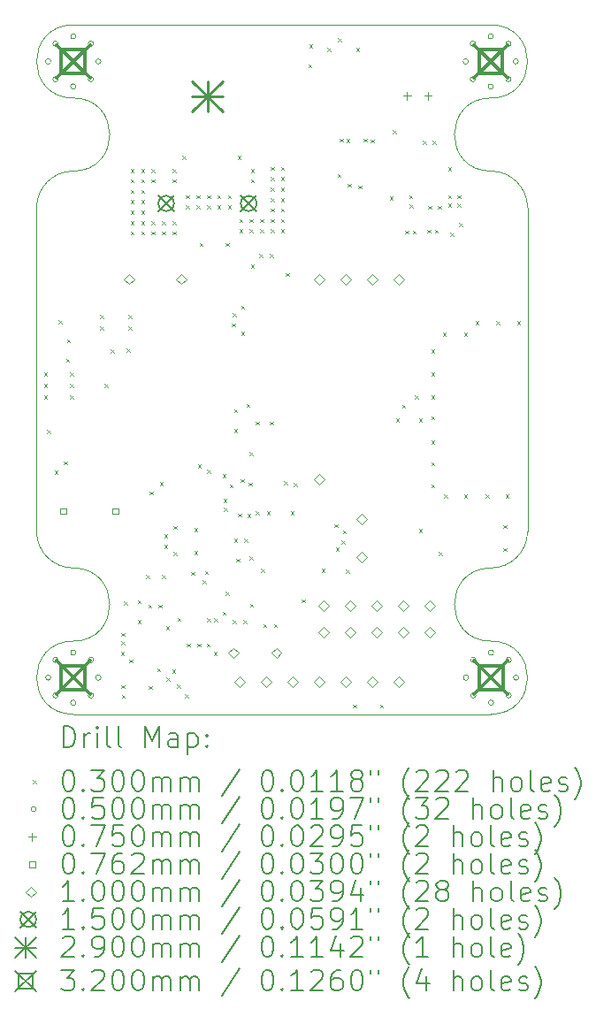
<source format=gbr>
%TF.GenerationSoftware,KiCad,Pcbnew,7.0.6*%
%TF.CreationDate,2024-05-29T18:09:39+12:00*%
%TF.ProjectId,flight_computer,666c6967-6874-45f6-936f-6d7075746572,rev?*%
%TF.SameCoordinates,Original*%
%TF.FileFunction,Drillmap*%
%TF.FilePolarity,Positive*%
%FSLAX45Y45*%
G04 Gerber Fmt 4.5, Leading zero omitted, Abs format (unit mm)*
G04 Created by KiCad (PCBNEW 7.0.6) date 2024-05-29 18:09:39*
%MOMM*%
%LPD*%
G01*
G04 APERTURE LIST*
%ADD10C,0.100000*%
%ADD11C,0.200000*%
%ADD12C,0.030000*%
%ADD13C,0.050000*%
%ADD14C,0.075000*%
%ADD15C,0.076200*%
%ADD16C,0.150000*%
%ADD17C,0.290000*%
%ADD18C,0.320000*%
G04 APERTURE END LIST*
D10*
X16965000Y-11646250D02*
X16965000Y-8546250D01*
X12615000Y-13396250D02*
X16615000Y-13396250D01*
X16965000Y-8546250D02*
G75*
G03*
X16615000Y-8196250I-350000J0D01*
G01*
X12615000Y-6796250D02*
G75*
G03*
X12615000Y-7496250I0J-350000D01*
G01*
X16615000Y-13396250D02*
G75*
G03*
X16615000Y-12696250I0J350000D01*
G01*
X12265000Y-11646250D02*
G75*
G03*
X12615000Y-11996250I350000J0D01*
G01*
X16615000Y-7496250D02*
G75*
G03*
X16615000Y-6796250I0J350000D01*
G01*
X12615000Y-12696250D02*
G75*
G03*
X12615000Y-13396250I0J-350000D01*
G01*
X12265000Y-8546250D02*
X12265000Y-11646250D01*
X16615000Y-11996250D02*
G75*
G03*
X16615000Y-12696250I0J-350000D01*
G01*
X12615000Y-8196250D02*
G75*
G03*
X12265000Y-8546250I0J-350000D01*
G01*
X16615000Y-7496250D02*
G75*
G03*
X16615000Y-8196250I0J-350000D01*
G01*
X12615000Y-12696250D02*
G75*
G03*
X12615000Y-11996250I0J350000D01*
G01*
X12615000Y-6796250D02*
X16615000Y-6796250D01*
X16615000Y-11996250D02*
G75*
G03*
X16965000Y-11646250I0J350000D01*
G01*
X12615000Y-8196250D02*
G75*
G03*
X12615000Y-7496250I0J350000D01*
G01*
D11*
D12*
X12335000Y-10125000D02*
X12365000Y-10155000D01*
X12365000Y-10125000D02*
X12335000Y-10155000D01*
X12335000Y-10235000D02*
X12365000Y-10265000D01*
X12365000Y-10235000D02*
X12335000Y-10265000D01*
X12335000Y-10345000D02*
X12365000Y-10375000D01*
X12365000Y-10345000D02*
X12335000Y-10375000D01*
X12365000Y-10675000D02*
X12395000Y-10705000D01*
X12395000Y-10675000D02*
X12365000Y-10705000D01*
X12435000Y-11065000D02*
X12465000Y-11095000D01*
X12465000Y-11065000D02*
X12435000Y-11095000D01*
X12475000Y-9625000D02*
X12505000Y-9655000D01*
X12505000Y-9625000D02*
X12475000Y-9655000D01*
X12525000Y-10975000D02*
X12555000Y-11005000D01*
X12555000Y-10975000D02*
X12525000Y-11005000D01*
X12545000Y-9995000D02*
X12575000Y-10025000D01*
X12575000Y-9995000D02*
X12545000Y-10025000D01*
X12555000Y-9805000D02*
X12585000Y-9835000D01*
X12585000Y-9805000D02*
X12555000Y-9835000D01*
X12585000Y-10125000D02*
X12615000Y-10155000D01*
X12615000Y-10125000D02*
X12585000Y-10155000D01*
X12585000Y-10235000D02*
X12615000Y-10265000D01*
X12615000Y-10235000D02*
X12585000Y-10265000D01*
X12585000Y-10345000D02*
X12615000Y-10375000D01*
X12615000Y-10345000D02*
X12585000Y-10375000D01*
X12875000Y-9575000D02*
X12905000Y-9605000D01*
X12905000Y-9575000D02*
X12875000Y-9605000D01*
X12875000Y-9685000D02*
X12905000Y-9715000D01*
X12905000Y-9685000D02*
X12875000Y-9715000D01*
X12915000Y-10235000D02*
X12945000Y-10265000D01*
X12945000Y-10235000D02*
X12915000Y-10265000D01*
X12975000Y-9905000D02*
X13005000Y-9935000D01*
X13005000Y-9905000D02*
X12975000Y-9935000D01*
X13071722Y-12800375D02*
X13101722Y-12830375D01*
X13101722Y-12800375D02*
X13071722Y-12830375D01*
X13074250Y-12696250D02*
X13104250Y-12726250D01*
X13104250Y-12696250D02*
X13074250Y-12726250D01*
X13075229Y-12616306D02*
X13105229Y-12646306D01*
X13105229Y-12616306D02*
X13075229Y-12646306D01*
X13077250Y-13115500D02*
X13107250Y-13145500D01*
X13107250Y-13115500D02*
X13077250Y-13145500D01*
X13081250Y-13211500D02*
X13111250Y-13241500D01*
X13111250Y-13211500D02*
X13081250Y-13241500D01*
X13102500Y-12317000D02*
X13132500Y-12347000D01*
X13132500Y-12317000D02*
X13102500Y-12347000D01*
X13125000Y-9895000D02*
X13155000Y-9925000D01*
X13155000Y-9895000D02*
X13125000Y-9925000D01*
X13145000Y-9575000D02*
X13175000Y-9605000D01*
X13175000Y-9575000D02*
X13145000Y-9605000D01*
X13145000Y-9685000D02*
X13175000Y-9715000D01*
X13175000Y-9685000D02*
X13145000Y-9715000D01*
X13153750Y-12870375D02*
X13183750Y-12900375D01*
X13183750Y-12870375D02*
X13153750Y-12900375D01*
X13165000Y-8175000D02*
X13195000Y-8205000D01*
X13195000Y-8175000D02*
X13165000Y-8205000D01*
X13165000Y-8275000D02*
X13195000Y-8305000D01*
X13195000Y-8275000D02*
X13165000Y-8305000D01*
X13165000Y-8375000D02*
X13195000Y-8405000D01*
X13195000Y-8375000D02*
X13165000Y-8405000D01*
X13165000Y-8475000D02*
X13195000Y-8505000D01*
X13195000Y-8475000D02*
X13165000Y-8505000D01*
X13165000Y-8575000D02*
X13195000Y-8605000D01*
X13195000Y-8575000D02*
X13165000Y-8605000D01*
X13165000Y-8675000D02*
X13195000Y-8705000D01*
X13195000Y-8675000D02*
X13165000Y-8705000D01*
X13165000Y-8775000D02*
X13195000Y-8805000D01*
X13195000Y-8775000D02*
X13165000Y-8805000D01*
X13232500Y-12495750D02*
X13262500Y-12525750D01*
X13262500Y-12495750D02*
X13232500Y-12525750D01*
X13233700Y-12305000D02*
X13263700Y-12335000D01*
X13263700Y-12305000D02*
X13233700Y-12335000D01*
X13265000Y-8175000D02*
X13295000Y-8205000D01*
X13295000Y-8175000D02*
X13265000Y-8205000D01*
X13265000Y-8275000D02*
X13295000Y-8305000D01*
X13295000Y-8275000D02*
X13265000Y-8305000D01*
X13265000Y-8375000D02*
X13295000Y-8405000D01*
X13295000Y-8375000D02*
X13265000Y-8405000D01*
X13265000Y-8475000D02*
X13295000Y-8505000D01*
X13295000Y-8475000D02*
X13265000Y-8505000D01*
X13265000Y-8575000D02*
X13295000Y-8605000D01*
X13295000Y-8575000D02*
X13265000Y-8605000D01*
X13265000Y-8675000D02*
X13295000Y-8705000D01*
X13295000Y-8675000D02*
X13265000Y-8705000D01*
X13265000Y-8775000D02*
X13295000Y-8805000D01*
X13295000Y-8775000D02*
X13265000Y-8805000D01*
X13315000Y-12065000D02*
X13345000Y-12095000D01*
X13345000Y-12065000D02*
X13315000Y-12095000D01*
X13335000Y-12345000D02*
X13365000Y-12375000D01*
X13365000Y-12345000D02*
X13335000Y-12375000D01*
X13337250Y-13125000D02*
X13367250Y-13155000D01*
X13367250Y-13125000D02*
X13337250Y-13155000D01*
X13345000Y-11265000D02*
X13375000Y-11295000D01*
X13375000Y-11265000D02*
X13345000Y-11295000D01*
X13365000Y-8175000D02*
X13395000Y-8205000D01*
X13395000Y-8175000D02*
X13365000Y-8205000D01*
X13365000Y-8275000D02*
X13395000Y-8305000D01*
X13395000Y-8275000D02*
X13365000Y-8305000D01*
X13365000Y-8675000D02*
X13395000Y-8705000D01*
X13395000Y-8675000D02*
X13365000Y-8705000D01*
X13365000Y-8775000D02*
X13395000Y-8805000D01*
X13395000Y-8775000D02*
X13365000Y-8805000D01*
X13417250Y-12955500D02*
X13447250Y-12985500D01*
X13447250Y-12955500D02*
X13417250Y-12985500D01*
X13433750Y-12345000D02*
X13463750Y-12375000D01*
X13463750Y-12345000D02*
X13433750Y-12375000D01*
X13445000Y-11175000D02*
X13475000Y-11205000D01*
X13475000Y-11175000D02*
X13445000Y-11205000D01*
X13465000Y-8675000D02*
X13495000Y-8705000D01*
X13495000Y-8675000D02*
X13465000Y-8705000D01*
X13465000Y-8775000D02*
X13495000Y-8805000D01*
X13495000Y-8775000D02*
X13465000Y-8805000D01*
X13465000Y-12065000D02*
X13495000Y-12095000D01*
X13495000Y-12065000D02*
X13465000Y-12095000D01*
X13485000Y-11675000D02*
X13515000Y-11705000D01*
X13515000Y-11675000D02*
X13485000Y-11705000D01*
X13485000Y-11775000D02*
X13515000Y-11805000D01*
X13515000Y-11775000D02*
X13485000Y-11805000D01*
X13505000Y-12555000D02*
X13535000Y-12585000D01*
X13535000Y-12555000D02*
X13505000Y-12585000D01*
X13507250Y-13045000D02*
X13537250Y-13075000D01*
X13537250Y-13045000D02*
X13507250Y-13075000D01*
X13562750Y-12970000D02*
X13592750Y-13000000D01*
X13592750Y-12970000D02*
X13562750Y-13000000D01*
X13565000Y-8175000D02*
X13595000Y-8205000D01*
X13595000Y-8175000D02*
X13565000Y-8205000D01*
X13565000Y-8275000D02*
X13595000Y-8305000D01*
X13595000Y-8275000D02*
X13565000Y-8305000D01*
X13565000Y-8675000D02*
X13595000Y-8705000D01*
X13595000Y-8675000D02*
X13565000Y-8705000D01*
X13565000Y-8775000D02*
X13595000Y-8805000D01*
X13595000Y-8775000D02*
X13565000Y-8805000D01*
X13575000Y-11595000D02*
X13605000Y-11625000D01*
X13605000Y-11595000D02*
X13575000Y-11625000D01*
X13575000Y-11845000D02*
X13605000Y-11875000D01*
X13605000Y-11845000D02*
X13575000Y-11875000D01*
X13607250Y-13115000D02*
X13637250Y-13145000D01*
X13637250Y-13115000D02*
X13607250Y-13145000D01*
X13615000Y-12475000D02*
X13645000Y-12505000D01*
X13645000Y-12475000D02*
X13615000Y-12505000D01*
X13661000Y-8048000D02*
X13691000Y-8078000D01*
X13691000Y-8048000D02*
X13661000Y-8078000D01*
X13687250Y-13205000D02*
X13717250Y-13235000D01*
X13717250Y-13205000D02*
X13687250Y-13235000D01*
X13695000Y-8425000D02*
X13725000Y-8455000D01*
X13725000Y-8425000D02*
X13695000Y-8455000D01*
X13695000Y-8525000D02*
X13725000Y-8555000D01*
X13725000Y-8525000D02*
X13695000Y-8555000D01*
X13702000Y-12719250D02*
X13732000Y-12749250D01*
X13732000Y-12719250D02*
X13702000Y-12749250D01*
X13745000Y-12032450D02*
X13775000Y-12062450D01*
X13775000Y-12032450D02*
X13745000Y-12062450D01*
X13775000Y-11615000D02*
X13805000Y-11645000D01*
X13805000Y-11615000D02*
X13775000Y-11645000D01*
X13775000Y-11835000D02*
X13805000Y-11865000D01*
X13805000Y-11835000D02*
X13775000Y-11865000D01*
X13795000Y-8425000D02*
X13825000Y-8455000D01*
X13825000Y-8425000D02*
X13795000Y-8455000D01*
X13795000Y-8525000D02*
X13825000Y-8555000D01*
X13825000Y-8525000D02*
X13795000Y-8555000D01*
X13802000Y-12719250D02*
X13832000Y-12749250D01*
X13832000Y-12719250D02*
X13802000Y-12749250D01*
X13809675Y-11004950D02*
X13839675Y-11034950D01*
X13839675Y-11004950D02*
X13809675Y-11034950D01*
X13825000Y-8885000D02*
X13855000Y-8915000D01*
X13855000Y-8885000D02*
X13825000Y-8915000D01*
X13855000Y-12115000D02*
X13885000Y-12145000D01*
X13885000Y-12115000D02*
X13855000Y-12145000D01*
X13875000Y-12025000D02*
X13905000Y-12055000D01*
X13905000Y-12025000D02*
X13875000Y-12055000D01*
X13892000Y-12719250D02*
X13922000Y-12749250D01*
X13922000Y-12719250D02*
X13892000Y-12749250D01*
X13895000Y-8425000D02*
X13925000Y-8455000D01*
X13925000Y-8425000D02*
X13895000Y-8455000D01*
X13895000Y-8525000D02*
X13925000Y-8555000D01*
X13925000Y-8525000D02*
X13895000Y-8555000D01*
X13895000Y-11055000D02*
X13925000Y-11085000D01*
X13925000Y-11055000D02*
X13895000Y-11085000D01*
X13895000Y-12478750D02*
X13925000Y-12508750D01*
X13925000Y-12478750D02*
X13895000Y-12508750D01*
X13962000Y-12799250D02*
X13992000Y-12829250D01*
X13992000Y-12799250D02*
X13962000Y-12829250D01*
X13965000Y-12478750D02*
X13995000Y-12508750D01*
X13995000Y-12478750D02*
X13965000Y-12508750D01*
X13995000Y-8425000D02*
X14025000Y-8455000D01*
X14025000Y-8425000D02*
X13995000Y-8455000D01*
X13995000Y-8525000D02*
X14025000Y-8555000D01*
X14025000Y-8525000D02*
X13995000Y-8555000D01*
X14045000Y-11098050D02*
X14075000Y-11128050D01*
X14075000Y-11098050D02*
X14045000Y-11128050D01*
X14045000Y-12415000D02*
X14075000Y-12445000D01*
X14075000Y-12415000D02*
X14045000Y-12445000D01*
X14052609Y-11337391D02*
X14082609Y-11367391D01*
X14082609Y-11337391D02*
X14052609Y-11367391D01*
X14057739Y-11418285D02*
X14087739Y-11448285D01*
X14087739Y-11418285D02*
X14057739Y-11448285D01*
X14075000Y-8885000D02*
X14105000Y-8915000D01*
X14105000Y-8885000D02*
X14075000Y-8915000D01*
X14075000Y-12225000D02*
X14105000Y-12255000D01*
X14105000Y-12225000D02*
X14075000Y-12255000D01*
X14095000Y-8425000D02*
X14125000Y-8455000D01*
X14125000Y-8425000D02*
X14095000Y-8455000D01*
X14095000Y-8525000D02*
X14125000Y-8555000D01*
X14125000Y-8525000D02*
X14095000Y-8555000D01*
X14115000Y-11195000D02*
X14145000Y-11225000D01*
X14145000Y-11195000D02*
X14115000Y-11225000D01*
X14135000Y-9655000D02*
X14165000Y-9685000D01*
X14165000Y-9655000D02*
X14135000Y-9685000D01*
X14145000Y-9555000D02*
X14175000Y-9585000D01*
X14175000Y-9555000D02*
X14145000Y-9585000D01*
X14145000Y-12495000D02*
X14175000Y-12525000D01*
X14175000Y-12495000D02*
X14145000Y-12525000D01*
X14155000Y-10474000D02*
X14185000Y-10504000D01*
X14185000Y-10474000D02*
X14155000Y-10504000D01*
X14155000Y-10665000D02*
X14185000Y-10695000D01*
X14185000Y-10665000D02*
X14155000Y-10695000D01*
X14155000Y-11715000D02*
X14185000Y-11745000D01*
X14185000Y-11715000D02*
X14155000Y-11745000D01*
X14177609Y-11907609D02*
X14207609Y-11937609D01*
X14207609Y-11907609D02*
X14177609Y-11937609D01*
X14191000Y-8048000D02*
X14221000Y-8078000D01*
X14221000Y-8048000D02*
X14191000Y-8078000D01*
X14192450Y-11475000D02*
X14222450Y-11505000D01*
X14222450Y-11475000D02*
X14192450Y-11505000D01*
X14205000Y-8655000D02*
X14235000Y-8685000D01*
X14235000Y-8655000D02*
X14205000Y-8685000D01*
X14205000Y-8755000D02*
X14235000Y-8785000D01*
X14235000Y-8755000D02*
X14205000Y-8785000D01*
X14220000Y-11145000D02*
X14250000Y-11175000D01*
X14250000Y-11145000D02*
X14220000Y-11175000D01*
X14225000Y-9485000D02*
X14255000Y-9515000D01*
X14255000Y-9485000D02*
X14225000Y-9515000D01*
X14225000Y-9735000D02*
X14255000Y-9765000D01*
X14255000Y-9735000D02*
X14225000Y-9765000D01*
X14245000Y-12495000D02*
X14275000Y-12525000D01*
X14275000Y-12495000D02*
X14245000Y-12525000D01*
X14255000Y-11715000D02*
X14285000Y-11745000D01*
X14285000Y-11715000D02*
X14255000Y-11745000D01*
X14275000Y-10424000D02*
X14305000Y-10454000D01*
X14305000Y-10424000D02*
X14275000Y-10454000D01*
X14282609Y-11477391D02*
X14312609Y-11507391D01*
X14312609Y-11477391D02*
X14282609Y-11507391D01*
X14293059Y-11177471D02*
X14323059Y-11207471D01*
X14323059Y-11177471D02*
X14293059Y-11207471D01*
X14305000Y-8655000D02*
X14335000Y-8685000D01*
X14335000Y-8655000D02*
X14305000Y-8685000D01*
X14305000Y-8755000D02*
X14335000Y-8785000D01*
X14335000Y-8755000D02*
X14305000Y-8785000D01*
X14305000Y-11885000D02*
X14335000Y-11915000D01*
X14335000Y-11885000D02*
X14305000Y-11915000D01*
X14305100Y-10885000D02*
X14335100Y-10915000D01*
X14335100Y-10885000D02*
X14305100Y-10915000D01*
X14306693Y-12339457D02*
X14336693Y-12369457D01*
X14336693Y-12339457D02*
X14306693Y-12369457D01*
X14314793Y-9093512D02*
X14344793Y-9123512D01*
X14344793Y-9093512D02*
X14314793Y-9123512D01*
X14315000Y-8175000D02*
X14345000Y-8205000D01*
X14345000Y-8175000D02*
X14315000Y-8205000D01*
X14315000Y-8275000D02*
X14345000Y-8305000D01*
X14345000Y-8275000D02*
X14315000Y-8305000D01*
X14365000Y-11455000D02*
X14395000Y-11485000D01*
X14395000Y-11455000D02*
X14365000Y-11485000D01*
X14365050Y-10595000D02*
X14395050Y-10625000D01*
X14395050Y-10595000D02*
X14365050Y-10625000D01*
X14396740Y-8988600D02*
X14426740Y-9018600D01*
X14426740Y-8988600D02*
X14396740Y-9018600D01*
X14405000Y-8655000D02*
X14435000Y-8685000D01*
X14435000Y-8655000D02*
X14405000Y-8685000D01*
X14405000Y-8755000D02*
X14435000Y-8785000D01*
X14435000Y-8755000D02*
X14405000Y-8785000D01*
X14415000Y-12005000D02*
X14445000Y-12035000D01*
X14445000Y-12005000D02*
X14415000Y-12035000D01*
X14435000Y-12534500D02*
X14465000Y-12564500D01*
X14465000Y-12534500D02*
X14435000Y-12564500D01*
X14467405Y-11452491D02*
X14497405Y-11482491D01*
X14497405Y-11452491D02*
X14467405Y-11482491D01*
X14496740Y-8988600D02*
X14526740Y-9018600D01*
X14526740Y-8988600D02*
X14496740Y-9018600D01*
X14496740Y-10595000D02*
X14526740Y-10625000D01*
X14526740Y-10595000D02*
X14496740Y-10625000D01*
X14505000Y-8155000D02*
X14535000Y-8185000D01*
X14535000Y-8155000D02*
X14505000Y-8185000D01*
X14505000Y-8255000D02*
X14535000Y-8285000D01*
X14535000Y-8255000D02*
X14505000Y-8285000D01*
X14505000Y-8355000D02*
X14535000Y-8385000D01*
X14535000Y-8355000D02*
X14505000Y-8385000D01*
X14505000Y-8455000D02*
X14535000Y-8485000D01*
X14535000Y-8455000D02*
X14505000Y-8485000D01*
X14505000Y-8555000D02*
X14535000Y-8585000D01*
X14535000Y-8555000D02*
X14505000Y-8585000D01*
X14505000Y-8655000D02*
X14535000Y-8685000D01*
X14535000Y-8655000D02*
X14505000Y-8685000D01*
X14505000Y-8755000D02*
X14535000Y-8785000D01*
X14535000Y-8755000D02*
X14505000Y-8785000D01*
X14535000Y-12534500D02*
X14565000Y-12564500D01*
X14565000Y-12534500D02*
X14535000Y-12564500D01*
X14605000Y-8155000D02*
X14635000Y-8185000D01*
X14635000Y-8155000D02*
X14605000Y-8185000D01*
X14605000Y-8255000D02*
X14635000Y-8285000D01*
X14635000Y-8255000D02*
X14605000Y-8285000D01*
X14605000Y-8355000D02*
X14635000Y-8385000D01*
X14635000Y-8355000D02*
X14605000Y-8385000D01*
X14605000Y-8455000D02*
X14635000Y-8485000D01*
X14635000Y-8455000D02*
X14605000Y-8485000D01*
X14605000Y-8555000D02*
X14635000Y-8585000D01*
X14635000Y-8555000D02*
X14605000Y-8585000D01*
X14605000Y-8655000D02*
X14635000Y-8685000D01*
X14635000Y-8655000D02*
X14605000Y-8685000D01*
X14605000Y-8755000D02*
X14635000Y-8785000D01*
X14635000Y-8755000D02*
X14605000Y-8785000D01*
X14635724Y-11164950D02*
X14665724Y-11194950D01*
X14665724Y-11164950D02*
X14635724Y-11194950D01*
X14651740Y-9172350D02*
X14681740Y-9202350D01*
X14681740Y-9172350D02*
X14651740Y-9202350D01*
X14697550Y-11455000D02*
X14727550Y-11485000D01*
X14727550Y-11455000D02*
X14697550Y-11485000D01*
X14725000Y-11185000D02*
X14755000Y-11215000D01*
X14755000Y-11185000D02*
X14725000Y-11215000D01*
X14805000Y-12295000D02*
X14835000Y-12325000D01*
X14835000Y-12295000D02*
X14805000Y-12325000D01*
X14865000Y-7175000D02*
X14895000Y-7205000D01*
X14895000Y-7175000D02*
X14865000Y-7205000D01*
X14875000Y-6985000D02*
X14905000Y-7015000D01*
X14905000Y-6985000D02*
X14875000Y-7015000D01*
X14993926Y-12006074D02*
X15023926Y-12036074D01*
X15023926Y-12006074D02*
X14993926Y-12036074D01*
X15049000Y-7015000D02*
X15079000Y-7045000D01*
X15079000Y-7015000D02*
X15049000Y-7045000D01*
X15116465Y-11576465D02*
X15146465Y-11606465D01*
X15146465Y-11576465D02*
X15116465Y-11606465D01*
X15127391Y-11802609D02*
X15157391Y-11832609D01*
X15157391Y-11802609D02*
X15127391Y-11832609D01*
X15145000Y-8225000D02*
X15175000Y-8255000D01*
X15175000Y-8225000D02*
X15145000Y-8255000D01*
X15149000Y-6925000D02*
X15179000Y-6955000D01*
X15179000Y-6925000D02*
X15149000Y-6955000D01*
X15165063Y-7884797D02*
X15195063Y-7914797D01*
X15195063Y-7884797D02*
X15165063Y-7914797D01*
X15185000Y-11735000D02*
X15215000Y-11765000D01*
X15215000Y-11735000D02*
X15185000Y-11765000D01*
X15195000Y-11635000D02*
X15225000Y-11665000D01*
X15225000Y-11635000D02*
X15195000Y-11665000D01*
X15226993Y-12013007D02*
X15256993Y-12043007D01*
X15256993Y-12013007D02*
X15226993Y-12043007D01*
X15230000Y-7890000D02*
X15260000Y-7920000D01*
X15260000Y-7890000D02*
X15230000Y-7920000D01*
X15245000Y-8315000D02*
X15275000Y-8345000D01*
X15275000Y-8315000D02*
X15245000Y-8345000D01*
X15295000Y-13305000D02*
X15325000Y-13335000D01*
X15325000Y-13305000D02*
X15295000Y-13335000D01*
X15324050Y-7015000D02*
X15354050Y-7045000D01*
X15354050Y-7015000D02*
X15324050Y-7045000D01*
X15345000Y-8335000D02*
X15375000Y-8365000D01*
X15375000Y-8335000D02*
X15345000Y-8365000D01*
X15394221Y-7886361D02*
X15424221Y-7916361D01*
X15424221Y-7886361D02*
X15394221Y-7916361D01*
X15465000Y-7894950D02*
X15495000Y-7924950D01*
X15495000Y-7894950D02*
X15465000Y-7924950D01*
X15552950Y-13305000D02*
X15582950Y-13335000D01*
X15582950Y-13305000D02*
X15552950Y-13335000D01*
X15646000Y-8438500D02*
X15676000Y-8468500D01*
X15676000Y-8438500D02*
X15646000Y-8468500D01*
X15675000Y-7805000D02*
X15705000Y-7835000D01*
X15705000Y-7805000D02*
X15675000Y-7835000D01*
X15705000Y-10565000D02*
X15735000Y-10595000D01*
X15735000Y-10565000D02*
X15705000Y-10595000D01*
X15765000Y-10435000D02*
X15795000Y-10465000D01*
X15795000Y-10435000D02*
X15765000Y-10465000D01*
X15795050Y-8765000D02*
X15825050Y-8795000D01*
X15825050Y-8765000D02*
X15795050Y-8795000D01*
X15833500Y-8428500D02*
X15863500Y-8458500D01*
X15863500Y-8428500D02*
X15833500Y-8458500D01*
X15834785Y-8513937D02*
X15864785Y-8543937D01*
X15864785Y-8513937D02*
X15834785Y-8543937D01*
X15865000Y-8765000D02*
X15895000Y-8795000D01*
X15895000Y-8765000D02*
X15865000Y-8795000D01*
X15885000Y-10345000D02*
X15915000Y-10375000D01*
X15915000Y-10345000D02*
X15885000Y-10375000D01*
X15925000Y-10565000D02*
X15955000Y-10595000D01*
X15955000Y-10565000D02*
X15925000Y-10595000D01*
X15925000Y-11625000D02*
X15955000Y-11655000D01*
X15955000Y-11625000D02*
X15925000Y-11655000D01*
X15965000Y-7905000D02*
X15995000Y-7935000D01*
X15995000Y-7905000D02*
X15965000Y-7935000D01*
X16006000Y-8758500D02*
X16036000Y-8788500D01*
X16036000Y-8758500D02*
X16006000Y-8788500D01*
X16015938Y-8527792D02*
X16045938Y-8557792D01*
X16045938Y-8527792D02*
X16015938Y-8557792D01*
X16045000Y-9905000D02*
X16075000Y-9935000D01*
X16075000Y-9905000D02*
X16045000Y-9935000D01*
X16045000Y-10125000D02*
X16075000Y-10155000D01*
X16075000Y-10125000D02*
X16045000Y-10155000D01*
X16045000Y-10345000D02*
X16075000Y-10375000D01*
X16075000Y-10345000D02*
X16045000Y-10375000D01*
X16045000Y-10545000D02*
X16075000Y-10575000D01*
X16075000Y-10545000D02*
X16045000Y-10575000D01*
X16045000Y-10775000D02*
X16075000Y-10805000D01*
X16075000Y-10775000D02*
X16045000Y-10805000D01*
X16045000Y-10985000D02*
X16075000Y-11015000D01*
X16075000Y-10985000D02*
X16045000Y-11015000D01*
X16045000Y-11195000D02*
X16075000Y-11225000D01*
X16075000Y-11195000D02*
X16045000Y-11225000D01*
X16055000Y-7905000D02*
X16085000Y-7935000D01*
X16085000Y-7905000D02*
X16055000Y-7935000D01*
X16075950Y-8758500D02*
X16105950Y-8788500D01*
X16105950Y-8758500D02*
X16075950Y-8788500D01*
X16106000Y-8528500D02*
X16136000Y-8558500D01*
X16136000Y-8528500D02*
X16106000Y-8558500D01*
X16115000Y-11845000D02*
X16145000Y-11875000D01*
X16145000Y-11845000D02*
X16115000Y-11875000D01*
X16155000Y-9745000D02*
X16185000Y-9775000D01*
X16185000Y-9745000D02*
X16155000Y-9775000D01*
X16165000Y-11295000D02*
X16195000Y-11325000D01*
X16195000Y-11295000D02*
X16165000Y-11325000D01*
X16205000Y-8425000D02*
X16235000Y-8455000D01*
X16235000Y-8425000D02*
X16205000Y-8455000D01*
X16205000Y-8505000D02*
X16235000Y-8535000D01*
X16235000Y-8505000D02*
X16205000Y-8535000D01*
X16206000Y-8158500D02*
X16236000Y-8188500D01*
X16236000Y-8158500D02*
X16206000Y-8188500D01*
X16225000Y-8785000D02*
X16255000Y-8815000D01*
X16255000Y-8785000D02*
X16225000Y-8815000D01*
X16295000Y-8425000D02*
X16325000Y-8455000D01*
X16325000Y-8425000D02*
X16295000Y-8455000D01*
X16295000Y-8505000D02*
X16325000Y-8535000D01*
X16325000Y-8505000D02*
X16295000Y-8535000D01*
X16310050Y-8695000D02*
X16340050Y-8725000D01*
X16340050Y-8695000D02*
X16310050Y-8725000D01*
X16355000Y-9745000D02*
X16385000Y-9775000D01*
X16385000Y-9745000D02*
X16355000Y-9775000D01*
X16355000Y-11295000D02*
X16385000Y-11325000D01*
X16385000Y-11295000D02*
X16355000Y-11325000D01*
X16465000Y-9635000D02*
X16495000Y-9665000D01*
X16495000Y-9635000D02*
X16465000Y-9665000D01*
X16565000Y-11295000D02*
X16595000Y-11325000D01*
X16595000Y-11295000D02*
X16565000Y-11325000D01*
X16665000Y-9635000D02*
X16695000Y-9665000D01*
X16695000Y-9635000D02*
X16665000Y-9665000D01*
X16735000Y-11585000D02*
X16765000Y-11615000D01*
X16765000Y-11585000D02*
X16735000Y-11615000D01*
X16735000Y-11805000D02*
X16765000Y-11835000D01*
X16765000Y-11805000D02*
X16735000Y-11835000D01*
X16755000Y-11295000D02*
X16785000Y-11325000D01*
X16785000Y-11295000D02*
X16755000Y-11325000D01*
X16865000Y-9635000D02*
X16895000Y-9665000D01*
X16895000Y-9635000D02*
X16865000Y-9665000D01*
D13*
X12400294Y-7146250D02*
G75*
G03*
X12400294Y-7146250I-25000J0D01*
G01*
X12400294Y-13046250D02*
G75*
G03*
X12400294Y-13046250I-25000J0D01*
G01*
X12470589Y-6976544D02*
G75*
G03*
X12470589Y-6976544I-25000J0D01*
G01*
X12470589Y-7315956D02*
G75*
G03*
X12470589Y-7315956I-25000J0D01*
G01*
X12470589Y-12876544D02*
G75*
G03*
X12470589Y-12876544I-25000J0D01*
G01*
X12470589Y-13215956D02*
G75*
G03*
X12470589Y-13215956I-25000J0D01*
G01*
X12640294Y-6906250D02*
G75*
G03*
X12640294Y-6906250I-25000J0D01*
G01*
X12640294Y-7386250D02*
G75*
G03*
X12640294Y-7386250I-25000J0D01*
G01*
X12640294Y-12806250D02*
G75*
G03*
X12640294Y-12806250I-25000J0D01*
G01*
X12640294Y-13286250D02*
G75*
G03*
X12640294Y-13286250I-25000J0D01*
G01*
X12810000Y-6976544D02*
G75*
G03*
X12810000Y-6976544I-25000J0D01*
G01*
X12810000Y-7315956D02*
G75*
G03*
X12810000Y-7315956I-25000J0D01*
G01*
X12810000Y-12876544D02*
G75*
G03*
X12810000Y-12876544I-25000J0D01*
G01*
X12810000Y-13215956D02*
G75*
G03*
X12810000Y-13215956I-25000J0D01*
G01*
X12880294Y-7146250D02*
G75*
G03*
X12880294Y-7146250I-25000J0D01*
G01*
X12880294Y-13046250D02*
G75*
G03*
X12880294Y-13046250I-25000J0D01*
G01*
X16397294Y-7146250D02*
G75*
G03*
X16397294Y-7146250I-25000J0D01*
G01*
X16400294Y-13046250D02*
G75*
G03*
X16400294Y-13046250I-25000J0D01*
G01*
X16467589Y-6976544D02*
G75*
G03*
X16467589Y-6976544I-25000J0D01*
G01*
X16467589Y-7315956D02*
G75*
G03*
X16467589Y-7315956I-25000J0D01*
G01*
X16470589Y-12876544D02*
G75*
G03*
X16470589Y-12876544I-25000J0D01*
G01*
X16470589Y-13215956D02*
G75*
G03*
X16470589Y-13215956I-25000J0D01*
G01*
X16637294Y-6906250D02*
G75*
G03*
X16637294Y-6906250I-25000J0D01*
G01*
X16637294Y-7386250D02*
G75*
G03*
X16637294Y-7386250I-25000J0D01*
G01*
X16640294Y-12806250D02*
G75*
G03*
X16640294Y-12806250I-25000J0D01*
G01*
X16640294Y-13286250D02*
G75*
G03*
X16640294Y-13286250I-25000J0D01*
G01*
X16807000Y-6976544D02*
G75*
G03*
X16807000Y-6976544I-25000J0D01*
G01*
X16807000Y-7315956D02*
G75*
G03*
X16807000Y-7315956I-25000J0D01*
G01*
X16810000Y-12876544D02*
G75*
G03*
X16810000Y-12876544I-25000J0D01*
G01*
X16810000Y-13215956D02*
G75*
G03*
X16810000Y-13215956I-25000J0D01*
G01*
X16877294Y-7146250D02*
G75*
G03*
X16877294Y-7146250I-25000J0D01*
G01*
X16880294Y-13046250D02*
G75*
G03*
X16880294Y-13046250I-25000J0D01*
G01*
D14*
X15812000Y-7437500D02*
X15812000Y-7512500D01*
X15774500Y-7475000D02*
X15849500Y-7475000D01*
X16012000Y-7437500D02*
X16012000Y-7512500D01*
X15974500Y-7475000D02*
X16049500Y-7475000D01*
D15*
X12546941Y-11476941D02*
X12546941Y-11423059D01*
X12493059Y-11423059D01*
X12493059Y-11476941D01*
X12546941Y-11476941D01*
X13046941Y-11476941D02*
X13046941Y-11423059D01*
X12993059Y-11423059D01*
X12993059Y-11476941D01*
X13046941Y-11476941D01*
D10*
X13150000Y-9280000D02*
X13200000Y-9230000D01*
X13150000Y-9180000D01*
X13100000Y-9230000D01*
X13150000Y-9280000D01*
X13650000Y-9280000D02*
X13700000Y-9230000D01*
X13650000Y-9180000D01*
X13600000Y-9230000D01*
X13650000Y-9280000D01*
X14150000Y-12860000D02*
X14200000Y-12810000D01*
X14150000Y-12760000D01*
X14100000Y-12810000D01*
X14150000Y-12860000D01*
X14211000Y-13135000D02*
X14261000Y-13085000D01*
X14211000Y-13035000D01*
X14161000Y-13085000D01*
X14211000Y-13135000D01*
X14465000Y-13135000D02*
X14515000Y-13085000D01*
X14465000Y-13035000D01*
X14415000Y-13085000D01*
X14465000Y-13135000D01*
X14560000Y-12860000D02*
X14610000Y-12810000D01*
X14560000Y-12760000D01*
X14510000Y-12810000D01*
X14560000Y-12860000D01*
X14719000Y-13135000D02*
X14769000Y-13085000D01*
X14719000Y-13035000D01*
X14669000Y-13085000D01*
X14719000Y-13135000D01*
X14970000Y-11200000D02*
X15020000Y-11150000D01*
X14970000Y-11100000D01*
X14920000Y-11150000D01*
X14970000Y-11200000D01*
X14973000Y-9285000D02*
X15023000Y-9235000D01*
X14973000Y-9185000D01*
X14923000Y-9235000D01*
X14973000Y-9285000D01*
X14973000Y-13135000D02*
X15023000Y-13085000D01*
X14973000Y-13035000D01*
X14923000Y-13085000D01*
X14973000Y-13135000D01*
X15016000Y-12410000D02*
X15066000Y-12360000D01*
X15016000Y-12310000D01*
X14966000Y-12360000D01*
X15016000Y-12410000D01*
X15016000Y-12664000D02*
X15066000Y-12614000D01*
X15016000Y-12564000D01*
X14966000Y-12614000D01*
X15016000Y-12664000D01*
X15227000Y-9285000D02*
X15277000Y-9235000D01*
X15227000Y-9185000D01*
X15177000Y-9235000D01*
X15227000Y-9285000D01*
X15227000Y-13135000D02*
X15277000Y-13085000D01*
X15227000Y-13035000D01*
X15177000Y-13085000D01*
X15227000Y-13135000D01*
X15270000Y-12410000D02*
X15320000Y-12360000D01*
X15270000Y-12310000D01*
X15220000Y-12360000D01*
X15270000Y-12410000D01*
X15270000Y-12664000D02*
X15320000Y-12614000D01*
X15270000Y-12564000D01*
X15220000Y-12614000D01*
X15270000Y-12664000D01*
X15380000Y-11580000D02*
X15430000Y-11530000D01*
X15380000Y-11480000D01*
X15330000Y-11530000D01*
X15380000Y-11580000D01*
X15380000Y-11940000D02*
X15430000Y-11890000D01*
X15380000Y-11840000D01*
X15330000Y-11890000D01*
X15380000Y-11940000D01*
X15481000Y-9285000D02*
X15531000Y-9235000D01*
X15481000Y-9185000D01*
X15431000Y-9235000D01*
X15481000Y-9285000D01*
X15481000Y-13135000D02*
X15531000Y-13085000D01*
X15481000Y-13035000D01*
X15431000Y-13085000D01*
X15481000Y-13135000D01*
X15524000Y-12410000D02*
X15574000Y-12360000D01*
X15524000Y-12310000D01*
X15474000Y-12360000D01*
X15524000Y-12410000D01*
X15524000Y-12664000D02*
X15574000Y-12614000D01*
X15524000Y-12564000D01*
X15474000Y-12614000D01*
X15524000Y-12664000D01*
X15735000Y-9285000D02*
X15785000Y-9235000D01*
X15735000Y-9185000D01*
X15685000Y-9235000D01*
X15735000Y-9285000D01*
X15735000Y-13135000D02*
X15785000Y-13085000D01*
X15735000Y-13035000D01*
X15685000Y-13085000D01*
X15735000Y-13135000D01*
X15778000Y-12410000D02*
X15828000Y-12360000D01*
X15778000Y-12310000D01*
X15728000Y-12360000D01*
X15778000Y-12410000D01*
X15778000Y-12664000D02*
X15828000Y-12614000D01*
X15778000Y-12564000D01*
X15728000Y-12614000D01*
X15778000Y-12664000D01*
X16032000Y-12410000D02*
X16082000Y-12360000D01*
X16032000Y-12310000D01*
X15982000Y-12360000D01*
X16032000Y-12410000D01*
X16032000Y-12664000D02*
X16082000Y-12614000D01*
X16032000Y-12564000D01*
X15982000Y-12614000D01*
X16032000Y-12664000D01*
D16*
X13430000Y-8431250D02*
X13580000Y-8581250D01*
X13580000Y-8431250D02*
X13430000Y-8581250D01*
X13580000Y-8506250D02*
G75*
G03*
X13580000Y-8506250I-75000J0D01*
G01*
X14220000Y-8431250D02*
X14370000Y-8581250D01*
X14370000Y-8431250D02*
X14220000Y-8581250D01*
X14370000Y-8506250D02*
G75*
G03*
X14370000Y-8506250I-75000J0D01*
G01*
D17*
X13755000Y-7336250D02*
X14045000Y-7626250D01*
X14045000Y-7336250D02*
X13755000Y-7626250D01*
X13900000Y-7336250D02*
X13900000Y-7626250D01*
X13755000Y-7481250D02*
X14045000Y-7481250D01*
D18*
X12455294Y-6986250D02*
X12775294Y-7306250D01*
X12775294Y-6986250D02*
X12455294Y-7306250D01*
X12728433Y-7259388D02*
X12728433Y-7033112D01*
X12502156Y-7033112D01*
X12502156Y-7259388D01*
X12728433Y-7259388D01*
X12455294Y-12886250D02*
X12775294Y-13206250D01*
X12775294Y-12886250D02*
X12455294Y-13206250D01*
X12728433Y-13159388D02*
X12728433Y-12933112D01*
X12502156Y-12933112D01*
X12502156Y-13159388D01*
X12728433Y-13159388D01*
X16452294Y-6986250D02*
X16772294Y-7306250D01*
X16772294Y-6986250D02*
X16452294Y-7306250D01*
X16725433Y-7259388D02*
X16725433Y-7033112D01*
X16499156Y-7033112D01*
X16499156Y-7259388D01*
X16725433Y-7259388D01*
X16455294Y-12886250D02*
X16775294Y-13206250D01*
X16775294Y-12886250D02*
X16455294Y-13206250D01*
X16728433Y-13159388D02*
X16728433Y-12933112D01*
X16502156Y-12933112D01*
X16502156Y-13159388D01*
X16728433Y-13159388D01*
D11*
X12520777Y-13712734D02*
X12520777Y-13512734D01*
X12520777Y-13512734D02*
X12568396Y-13512734D01*
X12568396Y-13512734D02*
X12596967Y-13522258D01*
X12596967Y-13522258D02*
X12616015Y-13541305D01*
X12616015Y-13541305D02*
X12625539Y-13560353D01*
X12625539Y-13560353D02*
X12635062Y-13598448D01*
X12635062Y-13598448D02*
X12635062Y-13627019D01*
X12635062Y-13627019D02*
X12625539Y-13665115D01*
X12625539Y-13665115D02*
X12616015Y-13684162D01*
X12616015Y-13684162D02*
X12596967Y-13703210D01*
X12596967Y-13703210D02*
X12568396Y-13712734D01*
X12568396Y-13712734D02*
X12520777Y-13712734D01*
X12720777Y-13712734D02*
X12720777Y-13579400D01*
X12720777Y-13617496D02*
X12730301Y-13598448D01*
X12730301Y-13598448D02*
X12739824Y-13588924D01*
X12739824Y-13588924D02*
X12758872Y-13579400D01*
X12758872Y-13579400D02*
X12777920Y-13579400D01*
X12844586Y-13712734D02*
X12844586Y-13579400D01*
X12844586Y-13512734D02*
X12835062Y-13522258D01*
X12835062Y-13522258D02*
X12844586Y-13531781D01*
X12844586Y-13531781D02*
X12854110Y-13522258D01*
X12854110Y-13522258D02*
X12844586Y-13512734D01*
X12844586Y-13512734D02*
X12844586Y-13531781D01*
X12968396Y-13712734D02*
X12949348Y-13703210D01*
X12949348Y-13703210D02*
X12939824Y-13684162D01*
X12939824Y-13684162D02*
X12939824Y-13512734D01*
X13073158Y-13712734D02*
X13054110Y-13703210D01*
X13054110Y-13703210D02*
X13044586Y-13684162D01*
X13044586Y-13684162D02*
X13044586Y-13512734D01*
X13301729Y-13712734D02*
X13301729Y-13512734D01*
X13301729Y-13512734D02*
X13368396Y-13655591D01*
X13368396Y-13655591D02*
X13435062Y-13512734D01*
X13435062Y-13512734D02*
X13435062Y-13712734D01*
X13616015Y-13712734D02*
X13616015Y-13607972D01*
X13616015Y-13607972D02*
X13606491Y-13588924D01*
X13606491Y-13588924D02*
X13587443Y-13579400D01*
X13587443Y-13579400D02*
X13549348Y-13579400D01*
X13549348Y-13579400D02*
X13530301Y-13588924D01*
X13616015Y-13703210D02*
X13596967Y-13712734D01*
X13596967Y-13712734D02*
X13549348Y-13712734D01*
X13549348Y-13712734D02*
X13530301Y-13703210D01*
X13530301Y-13703210D02*
X13520777Y-13684162D01*
X13520777Y-13684162D02*
X13520777Y-13665115D01*
X13520777Y-13665115D02*
X13530301Y-13646067D01*
X13530301Y-13646067D02*
X13549348Y-13636543D01*
X13549348Y-13636543D02*
X13596967Y-13636543D01*
X13596967Y-13636543D02*
X13616015Y-13627019D01*
X13711253Y-13579400D02*
X13711253Y-13779400D01*
X13711253Y-13588924D02*
X13730301Y-13579400D01*
X13730301Y-13579400D02*
X13768396Y-13579400D01*
X13768396Y-13579400D02*
X13787443Y-13588924D01*
X13787443Y-13588924D02*
X13796967Y-13598448D01*
X13796967Y-13598448D02*
X13806491Y-13617496D01*
X13806491Y-13617496D02*
X13806491Y-13674638D01*
X13806491Y-13674638D02*
X13796967Y-13693686D01*
X13796967Y-13693686D02*
X13787443Y-13703210D01*
X13787443Y-13703210D02*
X13768396Y-13712734D01*
X13768396Y-13712734D02*
X13730301Y-13712734D01*
X13730301Y-13712734D02*
X13711253Y-13703210D01*
X13892205Y-13693686D02*
X13901729Y-13703210D01*
X13901729Y-13703210D02*
X13892205Y-13712734D01*
X13892205Y-13712734D02*
X13882682Y-13703210D01*
X13882682Y-13703210D02*
X13892205Y-13693686D01*
X13892205Y-13693686D02*
X13892205Y-13712734D01*
X13892205Y-13588924D02*
X13901729Y-13598448D01*
X13901729Y-13598448D02*
X13892205Y-13607972D01*
X13892205Y-13607972D02*
X13882682Y-13598448D01*
X13882682Y-13598448D02*
X13892205Y-13588924D01*
X13892205Y-13588924D02*
X13892205Y-13607972D01*
D12*
X12230000Y-14026250D02*
X12260000Y-14056250D01*
X12260000Y-14026250D02*
X12230000Y-14056250D01*
D11*
X12558872Y-13932734D02*
X12577920Y-13932734D01*
X12577920Y-13932734D02*
X12596967Y-13942258D01*
X12596967Y-13942258D02*
X12606491Y-13951781D01*
X12606491Y-13951781D02*
X12616015Y-13970829D01*
X12616015Y-13970829D02*
X12625539Y-14008924D01*
X12625539Y-14008924D02*
X12625539Y-14056543D01*
X12625539Y-14056543D02*
X12616015Y-14094638D01*
X12616015Y-14094638D02*
X12606491Y-14113686D01*
X12606491Y-14113686D02*
X12596967Y-14123210D01*
X12596967Y-14123210D02*
X12577920Y-14132734D01*
X12577920Y-14132734D02*
X12558872Y-14132734D01*
X12558872Y-14132734D02*
X12539824Y-14123210D01*
X12539824Y-14123210D02*
X12530301Y-14113686D01*
X12530301Y-14113686D02*
X12520777Y-14094638D01*
X12520777Y-14094638D02*
X12511253Y-14056543D01*
X12511253Y-14056543D02*
X12511253Y-14008924D01*
X12511253Y-14008924D02*
X12520777Y-13970829D01*
X12520777Y-13970829D02*
X12530301Y-13951781D01*
X12530301Y-13951781D02*
X12539824Y-13942258D01*
X12539824Y-13942258D02*
X12558872Y-13932734D01*
X12711253Y-14113686D02*
X12720777Y-14123210D01*
X12720777Y-14123210D02*
X12711253Y-14132734D01*
X12711253Y-14132734D02*
X12701729Y-14123210D01*
X12701729Y-14123210D02*
X12711253Y-14113686D01*
X12711253Y-14113686D02*
X12711253Y-14132734D01*
X12787443Y-13932734D02*
X12911253Y-13932734D01*
X12911253Y-13932734D02*
X12844586Y-14008924D01*
X12844586Y-14008924D02*
X12873158Y-14008924D01*
X12873158Y-14008924D02*
X12892205Y-14018448D01*
X12892205Y-14018448D02*
X12901729Y-14027972D01*
X12901729Y-14027972D02*
X12911253Y-14047019D01*
X12911253Y-14047019D02*
X12911253Y-14094638D01*
X12911253Y-14094638D02*
X12901729Y-14113686D01*
X12901729Y-14113686D02*
X12892205Y-14123210D01*
X12892205Y-14123210D02*
X12873158Y-14132734D01*
X12873158Y-14132734D02*
X12816015Y-14132734D01*
X12816015Y-14132734D02*
X12796967Y-14123210D01*
X12796967Y-14123210D02*
X12787443Y-14113686D01*
X13035062Y-13932734D02*
X13054110Y-13932734D01*
X13054110Y-13932734D02*
X13073158Y-13942258D01*
X13073158Y-13942258D02*
X13082682Y-13951781D01*
X13082682Y-13951781D02*
X13092205Y-13970829D01*
X13092205Y-13970829D02*
X13101729Y-14008924D01*
X13101729Y-14008924D02*
X13101729Y-14056543D01*
X13101729Y-14056543D02*
X13092205Y-14094638D01*
X13092205Y-14094638D02*
X13082682Y-14113686D01*
X13082682Y-14113686D02*
X13073158Y-14123210D01*
X13073158Y-14123210D02*
X13054110Y-14132734D01*
X13054110Y-14132734D02*
X13035062Y-14132734D01*
X13035062Y-14132734D02*
X13016015Y-14123210D01*
X13016015Y-14123210D02*
X13006491Y-14113686D01*
X13006491Y-14113686D02*
X12996967Y-14094638D01*
X12996967Y-14094638D02*
X12987443Y-14056543D01*
X12987443Y-14056543D02*
X12987443Y-14008924D01*
X12987443Y-14008924D02*
X12996967Y-13970829D01*
X12996967Y-13970829D02*
X13006491Y-13951781D01*
X13006491Y-13951781D02*
X13016015Y-13942258D01*
X13016015Y-13942258D02*
X13035062Y-13932734D01*
X13225539Y-13932734D02*
X13244586Y-13932734D01*
X13244586Y-13932734D02*
X13263634Y-13942258D01*
X13263634Y-13942258D02*
X13273158Y-13951781D01*
X13273158Y-13951781D02*
X13282682Y-13970829D01*
X13282682Y-13970829D02*
X13292205Y-14008924D01*
X13292205Y-14008924D02*
X13292205Y-14056543D01*
X13292205Y-14056543D02*
X13282682Y-14094638D01*
X13282682Y-14094638D02*
X13273158Y-14113686D01*
X13273158Y-14113686D02*
X13263634Y-14123210D01*
X13263634Y-14123210D02*
X13244586Y-14132734D01*
X13244586Y-14132734D02*
X13225539Y-14132734D01*
X13225539Y-14132734D02*
X13206491Y-14123210D01*
X13206491Y-14123210D02*
X13196967Y-14113686D01*
X13196967Y-14113686D02*
X13187443Y-14094638D01*
X13187443Y-14094638D02*
X13177920Y-14056543D01*
X13177920Y-14056543D02*
X13177920Y-14008924D01*
X13177920Y-14008924D02*
X13187443Y-13970829D01*
X13187443Y-13970829D02*
X13196967Y-13951781D01*
X13196967Y-13951781D02*
X13206491Y-13942258D01*
X13206491Y-13942258D02*
X13225539Y-13932734D01*
X13377920Y-14132734D02*
X13377920Y-13999400D01*
X13377920Y-14018448D02*
X13387443Y-14008924D01*
X13387443Y-14008924D02*
X13406491Y-13999400D01*
X13406491Y-13999400D02*
X13435063Y-13999400D01*
X13435063Y-13999400D02*
X13454110Y-14008924D01*
X13454110Y-14008924D02*
X13463634Y-14027972D01*
X13463634Y-14027972D02*
X13463634Y-14132734D01*
X13463634Y-14027972D02*
X13473158Y-14008924D01*
X13473158Y-14008924D02*
X13492205Y-13999400D01*
X13492205Y-13999400D02*
X13520777Y-13999400D01*
X13520777Y-13999400D02*
X13539824Y-14008924D01*
X13539824Y-14008924D02*
X13549348Y-14027972D01*
X13549348Y-14027972D02*
X13549348Y-14132734D01*
X13644586Y-14132734D02*
X13644586Y-13999400D01*
X13644586Y-14018448D02*
X13654110Y-14008924D01*
X13654110Y-14008924D02*
X13673158Y-13999400D01*
X13673158Y-13999400D02*
X13701729Y-13999400D01*
X13701729Y-13999400D02*
X13720777Y-14008924D01*
X13720777Y-14008924D02*
X13730301Y-14027972D01*
X13730301Y-14027972D02*
X13730301Y-14132734D01*
X13730301Y-14027972D02*
X13739824Y-14008924D01*
X13739824Y-14008924D02*
X13758872Y-13999400D01*
X13758872Y-13999400D02*
X13787443Y-13999400D01*
X13787443Y-13999400D02*
X13806491Y-14008924D01*
X13806491Y-14008924D02*
X13816015Y-14027972D01*
X13816015Y-14027972D02*
X13816015Y-14132734D01*
X14206491Y-13923210D02*
X14035063Y-14180353D01*
X14463634Y-13932734D02*
X14482682Y-13932734D01*
X14482682Y-13932734D02*
X14501729Y-13942258D01*
X14501729Y-13942258D02*
X14511253Y-13951781D01*
X14511253Y-13951781D02*
X14520777Y-13970829D01*
X14520777Y-13970829D02*
X14530301Y-14008924D01*
X14530301Y-14008924D02*
X14530301Y-14056543D01*
X14530301Y-14056543D02*
X14520777Y-14094638D01*
X14520777Y-14094638D02*
X14511253Y-14113686D01*
X14511253Y-14113686D02*
X14501729Y-14123210D01*
X14501729Y-14123210D02*
X14482682Y-14132734D01*
X14482682Y-14132734D02*
X14463634Y-14132734D01*
X14463634Y-14132734D02*
X14444586Y-14123210D01*
X14444586Y-14123210D02*
X14435063Y-14113686D01*
X14435063Y-14113686D02*
X14425539Y-14094638D01*
X14425539Y-14094638D02*
X14416015Y-14056543D01*
X14416015Y-14056543D02*
X14416015Y-14008924D01*
X14416015Y-14008924D02*
X14425539Y-13970829D01*
X14425539Y-13970829D02*
X14435063Y-13951781D01*
X14435063Y-13951781D02*
X14444586Y-13942258D01*
X14444586Y-13942258D02*
X14463634Y-13932734D01*
X14616015Y-14113686D02*
X14625539Y-14123210D01*
X14625539Y-14123210D02*
X14616015Y-14132734D01*
X14616015Y-14132734D02*
X14606491Y-14123210D01*
X14606491Y-14123210D02*
X14616015Y-14113686D01*
X14616015Y-14113686D02*
X14616015Y-14132734D01*
X14749348Y-13932734D02*
X14768396Y-13932734D01*
X14768396Y-13932734D02*
X14787444Y-13942258D01*
X14787444Y-13942258D02*
X14796967Y-13951781D01*
X14796967Y-13951781D02*
X14806491Y-13970829D01*
X14806491Y-13970829D02*
X14816015Y-14008924D01*
X14816015Y-14008924D02*
X14816015Y-14056543D01*
X14816015Y-14056543D02*
X14806491Y-14094638D01*
X14806491Y-14094638D02*
X14796967Y-14113686D01*
X14796967Y-14113686D02*
X14787444Y-14123210D01*
X14787444Y-14123210D02*
X14768396Y-14132734D01*
X14768396Y-14132734D02*
X14749348Y-14132734D01*
X14749348Y-14132734D02*
X14730301Y-14123210D01*
X14730301Y-14123210D02*
X14720777Y-14113686D01*
X14720777Y-14113686D02*
X14711253Y-14094638D01*
X14711253Y-14094638D02*
X14701729Y-14056543D01*
X14701729Y-14056543D02*
X14701729Y-14008924D01*
X14701729Y-14008924D02*
X14711253Y-13970829D01*
X14711253Y-13970829D02*
X14720777Y-13951781D01*
X14720777Y-13951781D02*
X14730301Y-13942258D01*
X14730301Y-13942258D02*
X14749348Y-13932734D01*
X15006491Y-14132734D02*
X14892206Y-14132734D01*
X14949348Y-14132734D02*
X14949348Y-13932734D01*
X14949348Y-13932734D02*
X14930301Y-13961305D01*
X14930301Y-13961305D02*
X14911253Y-13980353D01*
X14911253Y-13980353D02*
X14892206Y-13989877D01*
X15196967Y-14132734D02*
X15082682Y-14132734D01*
X15139825Y-14132734D02*
X15139825Y-13932734D01*
X15139825Y-13932734D02*
X15120777Y-13961305D01*
X15120777Y-13961305D02*
X15101729Y-13980353D01*
X15101729Y-13980353D02*
X15082682Y-13989877D01*
X15311253Y-14018448D02*
X15292206Y-14008924D01*
X15292206Y-14008924D02*
X15282682Y-13999400D01*
X15282682Y-13999400D02*
X15273158Y-13980353D01*
X15273158Y-13980353D02*
X15273158Y-13970829D01*
X15273158Y-13970829D02*
X15282682Y-13951781D01*
X15282682Y-13951781D02*
X15292206Y-13942258D01*
X15292206Y-13942258D02*
X15311253Y-13932734D01*
X15311253Y-13932734D02*
X15349348Y-13932734D01*
X15349348Y-13932734D02*
X15368396Y-13942258D01*
X15368396Y-13942258D02*
X15377920Y-13951781D01*
X15377920Y-13951781D02*
X15387444Y-13970829D01*
X15387444Y-13970829D02*
X15387444Y-13980353D01*
X15387444Y-13980353D02*
X15377920Y-13999400D01*
X15377920Y-13999400D02*
X15368396Y-14008924D01*
X15368396Y-14008924D02*
X15349348Y-14018448D01*
X15349348Y-14018448D02*
X15311253Y-14018448D01*
X15311253Y-14018448D02*
X15292206Y-14027972D01*
X15292206Y-14027972D02*
X15282682Y-14037496D01*
X15282682Y-14037496D02*
X15273158Y-14056543D01*
X15273158Y-14056543D02*
X15273158Y-14094638D01*
X15273158Y-14094638D02*
X15282682Y-14113686D01*
X15282682Y-14113686D02*
X15292206Y-14123210D01*
X15292206Y-14123210D02*
X15311253Y-14132734D01*
X15311253Y-14132734D02*
X15349348Y-14132734D01*
X15349348Y-14132734D02*
X15368396Y-14123210D01*
X15368396Y-14123210D02*
X15377920Y-14113686D01*
X15377920Y-14113686D02*
X15387444Y-14094638D01*
X15387444Y-14094638D02*
X15387444Y-14056543D01*
X15387444Y-14056543D02*
X15377920Y-14037496D01*
X15377920Y-14037496D02*
X15368396Y-14027972D01*
X15368396Y-14027972D02*
X15349348Y-14018448D01*
X15463634Y-13932734D02*
X15463634Y-13970829D01*
X15539825Y-13932734D02*
X15539825Y-13970829D01*
X15835063Y-14208924D02*
X15825539Y-14199400D01*
X15825539Y-14199400D02*
X15806491Y-14170829D01*
X15806491Y-14170829D02*
X15796968Y-14151781D01*
X15796968Y-14151781D02*
X15787444Y-14123210D01*
X15787444Y-14123210D02*
X15777920Y-14075591D01*
X15777920Y-14075591D02*
X15777920Y-14037496D01*
X15777920Y-14037496D02*
X15787444Y-13989877D01*
X15787444Y-13989877D02*
X15796968Y-13961305D01*
X15796968Y-13961305D02*
X15806491Y-13942258D01*
X15806491Y-13942258D02*
X15825539Y-13913686D01*
X15825539Y-13913686D02*
X15835063Y-13904162D01*
X15901729Y-13951781D02*
X15911253Y-13942258D01*
X15911253Y-13942258D02*
X15930301Y-13932734D01*
X15930301Y-13932734D02*
X15977920Y-13932734D01*
X15977920Y-13932734D02*
X15996968Y-13942258D01*
X15996968Y-13942258D02*
X16006491Y-13951781D01*
X16006491Y-13951781D02*
X16016015Y-13970829D01*
X16016015Y-13970829D02*
X16016015Y-13989877D01*
X16016015Y-13989877D02*
X16006491Y-14018448D01*
X16006491Y-14018448D02*
X15892206Y-14132734D01*
X15892206Y-14132734D02*
X16016015Y-14132734D01*
X16092206Y-13951781D02*
X16101729Y-13942258D01*
X16101729Y-13942258D02*
X16120777Y-13932734D01*
X16120777Y-13932734D02*
X16168396Y-13932734D01*
X16168396Y-13932734D02*
X16187444Y-13942258D01*
X16187444Y-13942258D02*
X16196968Y-13951781D01*
X16196968Y-13951781D02*
X16206491Y-13970829D01*
X16206491Y-13970829D02*
X16206491Y-13989877D01*
X16206491Y-13989877D02*
X16196968Y-14018448D01*
X16196968Y-14018448D02*
X16082682Y-14132734D01*
X16082682Y-14132734D02*
X16206491Y-14132734D01*
X16282682Y-13951781D02*
X16292206Y-13942258D01*
X16292206Y-13942258D02*
X16311253Y-13932734D01*
X16311253Y-13932734D02*
X16358872Y-13932734D01*
X16358872Y-13932734D02*
X16377920Y-13942258D01*
X16377920Y-13942258D02*
X16387444Y-13951781D01*
X16387444Y-13951781D02*
X16396968Y-13970829D01*
X16396968Y-13970829D02*
X16396968Y-13989877D01*
X16396968Y-13989877D02*
X16387444Y-14018448D01*
X16387444Y-14018448D02*
X16273158Y-14132734D01*
X16273158Y-14132734D02*
X16396968Y-14132734D01*
X16635063Y-14132734D02*
X16635063Y-13932734D01*
X16720777Y-14132734D02*
X16720777Y-14027972D01*
X16720777Y-14027972D02*
X16711253Y-14008924D01*
X16711253Y-14008924D02*
X16692206Y-13999400D01*
X16692206Y-13999400D02*
X16663634Y-13999400D01*
X16663634Y-13999400D02*
X16644587Y-14008924D01*
X16644587Y-14008924D02*
X16635063Y-14018448D01*
X16844587Y-14132734D02*
X16825539Y-14123210D01*
X16825539Y-14123210D02*
X16816015Y-14113686D01*
X16816015Y-14113686D02*
X16806492Y-14094638D01*
X16806492Y-14094638D02*
X16806492Y-14037496D01*
X16806492Y-14037496D02*
X16816015Y-14018448D01*
X16816015Y-14018448D02*
X16825539Y-14008924D01*
X16825539Y-14008924D02*
X16844587Y-13999400D01*
X16844587Y-13999400D02*
X16873158Y-13999400D01*
X16873158Y-13999400D02*
X16892206Y-14008924D01*
X16892206Y-14008924D02*
X16901730Y-14018448D01*
X16901730Y-14018448D02*
X16911253Y-14037496D01*
X16911253Y-14037496D02*
X16911253Y-14094638D01*
X16911253Y-14094638D02*
X16901730Y-14113686D01*
X16901730Y-14113686D02*
X16892206Y-14123210D01*
X16892206Y-14123210D02*
X16873158Y-14132734D01*
X16873158Y-14132734D02*
X16844587Y-14132734D01*
X17025539Y-14132734D02*
X17006492Y-14123210D01*
X17006492Y-14123210D02*
X16996968Y-14104162D01*
X16996968Y-14104162D02*
X16996968Y-13932734D01*
X17177920Y-14123210D02*
X17158873Y-14132734D01*
X17158873Y-14132734D02*
X17120777Y-14132734D01*
X17120777Y-14132734D02*
X17101730Y-14123210D01*
X17101730Y-14123210D02*
X17092206Y-14104162D01*
X17092206Y-14104162D02*
X17092206Y-14027972D01*
X17092206Y-14027972D02*
X17101730Y-14008924D01*
X17101730Y-14008924D02*
X17120777Y-13999400D01*
X17120777Y-13999400D02*
X17158873Y-13999400D01*
X17158873Y-13999400D02*
X17177920Y-14008924D01*
X17177920Y-14008924D02*
X17187444Y-14027972D01*
X17187444Y-14027972D02*
X17187444Y-14047019D01*
X17187444Y-14047019D02*
X17092206Y-14066067D01*
X17263634Y-14123210D02*
X17282682Y-14132734D01*
X17282682Y-14132734D02*
X17320777Y-14132734D01*
X17320777Y-14132734D02*
X17339825Y-14123210D01*
X17339825Y-14123210D02*
X17349349Y-14104162D01*
X17349349Y-14104162D02*
X17349349Y-14094638D01*
X17349349Y-14094638D02*
X17339825Y-14075591D01*
X17339825Y-14075591D02*
X17320777Y-14066067D01*
X17320777Y-14066067D02*
X17292206Y-14066067D01*
X17292206Y-14066067D02*
X17273158Y-14056543D01*
X17273158Y-14056543D02*
X17263634Y-14037496D01*
X17263634Y-14037496D02*
X17263634Y-14027972D01*
X17263634Y-14027972D02*
X17273158Y-14008924D01*
X17273158Y-14008924D02*
X17292206Y-13999400D01*
X17292206Y-13999400D02*
X17320777Y-13999400D01*
X17320777Y-13999400D02*
X17339825Y-14008924D01*
X17416015Y-14208924D02*
X17425539Y-14199400D01*
X17425539Y-14199400D02*
X17444587Y-14170829D01*
X17444587Y-14170829D02*
X17454111Y-14151781D01*
X17454111Y-14151781D02*
X17463634Y-14123210D01*
X17463634Y-14123210D02*
X17473158Y-14075591D01*
X17473158Y-14075591D02*
X17473158Y-14037496D01*
X17473158Y-14037496D02*
X17463634Y-13989877D01*
X17463634Y-13989877D02*
X17454111Y-13961305D01*
X17454111Y-13961305D02*
X17444587Y-13942258D01*
X17444587Y-13942258D02*
X17425539Y-13913686D01*
X17425539Y-13913686D02*
X17416015Y-13904162D01*
D13*
X12260000Y-14305250D02*
G75*
G03*
X12260000Y-14305250I-25000J0D01*
G01*
D11*
X12558872Y-14196734D02*
X12577920Y-14196734D01*
X12577920Y-14196734D02*
X12596967Y-14206258D01*
X12596967Y-14206258D02*
X12606491Y-14215781D01*
X12606491Y-14215781D02*
X12616015Y-14234829D01*
X12616015Y-14234829D02*
X12625539Y-14272924D01*
X12625539Y-14272924D02*
X12625539Y-14320543D01*
X12625539Y-14320543D02*
X12616015Y-14358638D01*
X12616015Y-14358638D02*
X12606491Y-14377686D01*
X12606491Y-14377686D02*
X12596967Y-14387210D01*
X12596967Y-14387210D02*
X12577920Y-14396734D01*
X12577920Y-14396734D02*
X12558872Y-14396734D01*
X12558872Y-14396734D02*
X12539824Y-14387210D01*
X12539824Y-14387210D02*
X12530301Y-14377686D01*
X12530301Y-14377686D02*
X12520777Y-14358638D01*
X12520777Y-14358638D02*
X12511253Y-14320543D01*
X12511253Y-14320543D02*
X12511253Y-14272924D01*
X12511253Y-14272924D02*
X12520777Y-14234829D01*
X12520777Y-14234829D02*
X12530301Y-14215781D01*
X12530301Y-14215781D02*
X12539824Y-14206258D01*
X12539824Y-14206258D02*
X12558872Y-14196734D01*
X12711253Y-14377686D02*
X12720777Y-14387210D01*
X12720777Y-14387210D02*
X12711253Y-14396734D01*
X12711253Y-14396734D02*
X12701729Y-14387210D01*
X12701729Y-14387210D02*
X12711253Y-14377686D01*
X12711253Y-14377686D02*
X12711253Y-14396734D01*
X12901729Y-14196734D02*
X12806491Y-14196734D01*
X12806491Y-14196734D02*
X12796967Y-14291972D01*
X12796967Y-14291972D02*
X12806491Y-14282448D01*
X12806491Y-14282448D02*
X12825539Y-14272924D01*
X12825539Y-14272924D02*
X12873158Y-14272924D01*
X12873158Y-14272924D02*
X12892205Y-14282448D01*
X12892205Y-14282448D02*
X12901729Y-14291972D01*
X12901729Y-14291972D02*
X12911253Y-14311019D01*
X12911253Y-14311019D02*
X12911253Y-14358638D01*
X12911253Y-14358638D02*
X12901729Y-14377686D01*
X12901729Y-14377686D02*
X12892205Y-14387210D01*
X12892205Y-14387210D02*
X12873158Y-14396734D01*
X12873158Y-14396734D02*
X12825539Y-14396734D01*
X12825539Y-14396734D02*
X12806491Y-14387210D01*
X12806491Y-14387210D02*
X12796967Y-14377686D01*
X13035062Y-14196734D02*
X13054110Y-14196734D01*
X13054110Y-14196734D02*
X13073158Y-14206258D01*
X13073158Y-14206258D02*
X13082682Y-14215781D01*
X13082682Y-14215781D02*
X13092205Y-14234829D01*
X13092205Y-14234829D02*
X13101729Y-14272924D01*
X13101729Y-14272924D02*
X13101729Y-14320543D01*
X13101729Y-14320543D02*
X13092205Y-14358638D01*
X13092205Y-14358638D02*
X13082682Y-14377686D01*
X13082682Y-14377686D02*
X13073158Y-14387210D01*
X13073158Y-14387210D02*
X13054110Y-14396734D01*
X13054110Y-14396734D02*
X13035062Y-14396734D01*
X13035062Y-14396734D02*
X13016015Y-14387210D01*
X13016015Y-14387210D02*
X13006491Y-14377686D01*
X13006491Y-14377686D02*
X12996967Y-14358638D01*
X12996967Y-14358638D02*
X12987443Y-14320543D01*
X12987443Y-14320543D02*
X12987443Y-14272924D01*
X12987443Y-14272924D02*
X12996967Y-14234829D01*
X12996967Y-14234829D02*
X13006491Y-14215781D01*
X13006491Y-14215781D02*
X13016015Y-14206258D01*
X13016015Y-14206258D02*
X13035062Y-14196734D01*
X13225539Y-14196734D02*
X13244586Y-14196734D01*
X13244586Y-14196734D02*
X13263634Y-14206258D01*
X13263634Y-14206258D02*
X13273158Y-14215781D01*
X13273158Y-14215781D02*
X13282682Y-14234829D01*
X13282682Y-14234829D02*
X13292205Y-14272924D01*
X13292205Y-14272924D02*
X13292205Y-14320543D01*
X13292205Y-14320543D02*
X13282682Y-14358638D01*
X13282682Y-14358638D02*
X13273158Y-14377686D01*
X13273158Y-14377686D02*
X13263634Y-14387210D01*
X13263634Y-14387210D02*
X13244586Y-14396734D01*
X13244586Y-14396734D02*
X13225539Y-14396734D01*
X13225539Y-14396734D02*
X13206491Y-14387210D01*
X13206491Y-14387210D02*
X13196967Y-14377686D01*
X13196967Y-14377686D02*
X13187443Y-14358638D01*
X13187443Y-14358638D02*
X13177920Y-14320543D01*
X13177920Y-14320543D02*
X13177920Y-14272924D01*
X13177920Y-14272924D02*
X13187443Y-14234829D01*
X13187443Y-14234829D02*
X13196967Y-14215781D01*
X13196967Y-14215781D02*
X13206491Y-14206258D01*
X13206491Y-14206258D02*
X13225539Y-14196734D01*
X13377920Y-14396734D02*
X13377920Y-14263400D01*
X13377920Y-14282448D02*
X13387443Y-14272924D01*
X13387443Y-14272924D02*
X13406491Y-14263400D01*
X13406491Y-14263400D02*
X13435063Y-14263400D01*
X13435063Y-14263400D02*
X13454110Y-14272924D01*
X13454110Y-14272924D02*
X13463634Y-14291972D01*
X13463634Y-14291972D02*
X13463634Y-14396734D01*
X13463634Y-14291972D02*
X13473158Y-14272924D01*
X13473158Y-14272924D02*
X13492205Y-14263400D01*
X13492205Y-14263400D02*
X13520777Y-14263400D01*
X13520777Y-14263400D02*
X13539824Y-14272924D01*
X13539824Y-14272924D02*
X13549348Y-14291972D01*
X13549348Y-14291972D02*
X13549348Y-14396734D01*
X13644586Y-14396734D02*
X13644586Y-14263400D01*
X13644586Y-14282448D02*
X13654110Y-14272924D01*
X13654110Y-14272924D02*
X13673158Y-14263400D01*
X13673158Y-14263400D02*
X13701729Y-14263400D01*
X13701729Y-14263400D02*
X13720777Y-14272924D01*
X13720777Y-14272924D02*
X13730301Y-14291972D01*
X13730301Y-14291972D02*
X13730301Y-14396734D01*
X13730301Y-14291972D02*
X13739824Y-14272924D01*
X13739824Y-14272924D02*
X13758872Y-14263400D01*
X13758872Y-14263400D02*
X13787443Y-14263400D01*
X13787443Y-14263400D02*
X13806491Y-14272924D01*
X13806491Y-14272924D02*
X13816015Y-14291972D01*
X13816015Y-14291972D02*
X13816015Y-14396734D01*
X14206491Y-14187210D02*
X14035063Y-14444353D01*
X14463634Y-14196734D02*
X14482682Y-14196734D01*
X14482682Y-14196734D02*
X14501729Y-14206258D01*
X14501729Y-14206258D02*
X14511253Y-14215781D01*
X14511253Y-14215781D02*
X14520777Y-14234829D01*
X14520777Y-14234829D02*
X14530301Y-14272924D01*
X14530301Y-14272924D02*
X14530301Y-14320543D01*
X14530301Y-14320543D02*
X14520777Y-14358638D01*
X14520777Y-14358638D02*
X14511253Y-14377686D01*
X14511253Y-14377686D02*
X14501729Y-14387210D01*
X14501729Y-14387210D02*
X14482682Y-14396734D01*
X14482682Y-14396734D02*
X14463634Y-14396734D01*
X14463634Y-14396734D02*
X14444586Y-14387210D01*
X14444586Y-14387210D02*
X14435063Y-14377686D01*
X14435063Y-14377686D02*
X14425539Y-14358638D01*
X14425539Y-14358638D02*
X14416015Y-14320543D01*
X14416015Y-14320543D02*
X14416015Y-14272924D01*
X14416015Y-14272924D02*
X14425539Y-14234829D01*
X14425539Y-14234829D02*
X14435063Y-14215781D01*
X14435063Y-14215781D02*
X14444586Y-14206258D01*
X14444586Y-14206258D02*
X14463634Y-14196734D01*
X14616015Y-14377686D02*
X14625539Y-14387210D01*
X14625539Y-14387210D02*
X14616015Y-14396734D01*
X14616015Y-14396734D02*
X14606491Y-14387210D01*
X14606491Y-14387210D02*
X14616015Y-14377686D01*
X14616015Y-14377686D02*
X14616015Y-14396734D01*
X14749348Y-14196734D02*
X14768396Y-14196734D01*
X14768396Y-14196734D02*
X14787444Y-14206258D01*
X14787444Y-14206258D02*
X14796967Y-14215781D01*
X14796967Y-14215781D02*
X14806491Y-14234829D01*
X14806491Y-14234829D02*
X14816015Y-14272924D01*
X14816015Y-14272924D02*
X14816015Y-14320543D01*
X14816015Y-14320543D02*
X14806491Y-14358638D01*
X14806491Y-14358638D02*
X14796967Y-14377686D01*
X14796967Y-14377686D02*
X14787444Y-14387210D01*
X14787444Y-14387210D02*
X14768396Y-14396734D01*
X14768396Y-14396734D02*
X14749348Y-14396734D01*
X14749348Y-14396734D02*
X14730301Y-14387210D01*
X14730301Y-14387210D02*
X14720777Y-14377686D01*
X14720777Y-14377686D02*
X14711253Y-14358638D01*
X14711253Y-14358638D02*
X14701729Y-14320543D01*
X14701729Y-14320543D02*
X14701729Y-14272924D01*
X14701729Y-14272924D02*
X14711253Y-14234829D01*
X14711253Y-14234829D02*
X14720777Y-14215781D01*
X14720777Y-14215781D02*
X14730301Y-14206258D01*
X14730301Y-14206258D02*
X14749348Y-14196734D01*
X15006491Y-14396734D02*
X14892206Y-14396734D01*
X14949348Y-14396734D02*
X14949348Y-14196734D01*
X14949348Y-14196734D02*
X14930301Y-14225305D01*
X14930301Y-14225305D02*
X14911253Y-14244353D01*
X14911253Y-14244353D02*
X14892206Y-14253877D01*
X15101729Y-14396734D02*
X15139825Y-14396734D01*
X15139825Y-14396734D02*
X15158872Y-14387210D01*
X15158872Y-14387210D02*
X15168396Y-14377686D01*
X15168396Y-14377686D02*
X15187444Y-14349115D01*
X15187444Y-14349115D02*
X15196967Y-14311019D01*
X15196967Y-14311019D02*
X15196967Y-14234829D01*
X15196967Y-14234829D02*
X15187444Y-14215781D01*
X15187444Y-14215781D02*
X15177920Y-14206258D01*
X15177920Y-14206258D02*
X15158872Y-14196734D01*
X15158872Y-14196734D02*
X15120777Y-14196734D01*
X15120777Y-14196734D02*
X15101729Y-14206258D01*
X15101729Y-14206258D02*
X15092206Y-14215781D01*
X15092206Y-14215781D02*
X15082682Y-14234829D01*
X15082682Y-14234829D02*
X15082682Y-14282448D01*
X15082682Y-14282448D02*
X15092206Y-14301496D01*
X15092206Y-14301496D02*
X15101729Y-14311019D01*
X15101729Y-14311019D02*
X15120777Y-14320543D01*
X15120777Y-14320543D02*
X15158872Y-14320543D01*
X15158872Y-14320543D02*
X15177920Y-14311019D01*
X15177920Y-14311019D02*
X15187444Y-14301496D01*
X15187444Y-14301496D02*
X15196967Y-14282448D01*
X15263634Y-14196734D02*
X15396967Y-14196734D01*
X15396967Y-14196734D02*
X15311253Y-14396734D01*
X15463634Y-14196734D02*
X15463634Y-14234829D01*
X15539825Y-14196734D02*
X15539825Y-14234829D01*
X15835063Y-14472924D02*
X15825539Y-14463400D01*
X15825539Y-14463400D02*
X15806491Y-14434829D01*
X15806491Y-14434829D02*
X15796968Y-14415781D01*
X15796968Y-14415781D02*
X15787444Y-14387210D01*
X15787444Y-14387210D02*
X15777920Y-14339591D01*
X15777920Y-14339591D02*
X15777920Y-14301496D01*
X15777920Y-14301496D02*
X15787444Y-14253877D01*
X15787444Y-14253877D02*
X15796968Y-14225305D01*
X15796968Y-14225305D02*
X15806491Y-14206258D01*
X15806491Y-14206258D02*
X15825539Y-14177686D01*
X15825539Y-14177686D02*
X15835063Y-14168162D01*
X15892206Y-14196734D02*
X16016015Y-14196734D01*
X16016015Y-14196734D02*
X15949348Y-14272924D01*
X15949348Y-14272924D02*
X15977920Y-14272924D01*
X15977920Y-14272924D02*
X15996968Y-14282448D01*
X15996968Y-14282448D02*
X16006491Y-14291972D01*
X16006491Y-14291972D02*
X16016015Y-14311019D01*
X16016015Y-14311019D02*
X16016015Y-14358638D01*
X16016015Y-14358638D02*
X16006491Y-14377686D01*
X16006491Y-14377686D02*
X15996968Y-14387210D01*
X15996968Y-14387210D02*
X15977920Y-14396734D01*
X15977920Y-14396734D02*
X15920777Y-14396734D01*
X15920777Y-14396734D02*
X15901729Y-14387210D01*
X15901729Y-14387210D02*
X15892206Y-14377686D01*
X16092206Y-14215781D02*
X16101729Y-14206258D01*
X16101729Y-14206258D02*
X16120777Y-14196734D01*
X16120777Y-14196734D02*
X16168396Y-14196734D01*
X16168396Y-14196734D02*
X16187444Y-14206258D01*
X16187444Y-14206258D02*
X16196968Y-14215781D01*
X16196968Y-14215781D02*
X16206491Y-14234829D01*
X16206491Y-14234829D02*
X16206491Y-14253877D01*
X16206491Y-14253877D02*
X16196968Y-14282448D01*
X16196968Y-14282448D02*
X16082682Y-14396734D01*
X16082682Y-14396734D02*
X16206491Y-14396734D01*
X16444587Y-14396734D02*
X16444587Y-14196734D01*
X16530301Y-14396734D02*
X16530301Y-14291972D01*
X16530301Y-14291972D02*
X16520777Y-14272924D01*
X16520777Y-14272924D02*
X16501730Y-14263400D01*
X16501730Y-14263400D02*
X16473158Y-14263400D01*
X16473158Y-14263400D02*
X16454110Y-14272924D01*
X16454110Y-14272924D02*
X16444587Y-14282448D01*
X16654110Y-14396734D02*
X16635063Y-14387210D01*
X16635063Y-14387210D02*
X16625539Y-14377686D01*
X16625539Y-14377686D02*
X16616015Y-14358638D01*
X16616015Y-14358638D02*
X16616015Y-14301496D01*
X16616015Y-14301496D02*
X16625539Y-14282448D01*
X16625539Y-14282448D02*
X16635063Y-14272924D01*
X16635063Y-14272924D02*
X16654110Y-14263400D01*
X16654110Y-14263400D02*
X16682682Y-14263400D01*
X16682682Y-14263400D02*
X16701730Y-14272924D01*
X16701730Y-14272924D02*
X16711253Y-14282448D01*
X16711253Y-14282448D02*
X16720777Y-14301496D01*
X16720777Y-14301496D02*
X16720777Y-14358638D01*
X16720777Y-14358638D02*
X16711253Y-14377686D01*
X16711253Y-14377686D02*
X16701730Y-14387210D01*
X16701730Y-14387210D02*
X16682682Y-14396734D01*
X16682682Y-14396734D02*
X16654110Y-14396734D01*
X16835063Y-14396734D02*
X16816015Y-14387210D01*
X16816015Y-14387210D02*
X16806492Y-14368162D01*
X16806492Y-14368162D02*
X16806492Y-14196734D01*
X16987444Y-14387210D02*
X16968396Y-14396734D01*
X16968396Y-14396734D02*
X16930301Y-14396734D01*
X16930301Y-14396734D02*
X16911253Y-14387210D01*
X16911253Y-14387210D02*
X16901730Y-14368162D01*
X16901730Y-14368162D02*
X16901730Y-14291972D01*
X16901730Y-14291972D02*
X16911253Y-14272924D01*
X16911253Y-14272924D02*
X16930301Y-14263400D01*
X16930301Y-14263400D02*
X16968396Y-14263400D01*
X16968396Y-14263400D02*
X16987444Y-14272924D01*
X16987444Y-14272924D02*
X16996968Y-14291972D01*
X16996968Y-14291972D02*
X16996968Y-14311019D01*
X16996968Y-14311019D02*
X16901730Y-14330067D01*
X17073158Y-14387210D02*
X17092206Y-14396734D01*
X17092206Y-14396734D02*
X17130301Y-14396734D01*
X17130301Y-14396734D02*
X17149349Y-14387210D01*
X17149349Y-14387210D02*
X17158873Y-14368162D01*
X17158873Y-14368162D02*
X17158873Y-14358638D01*
X17158873Y-14358638D02*
X17149349Y-14339591D01*
X17149349Y-14339591D02*
X17130301Y-14330067D01*
X17130301Y-14330067D02*
X17101730Y-14330067D01*
X17101730Y-14330067D02*
X17082682Y-14320543D01*
X17082682Y-14320543D02*
X17073158Y-14301496D01*
X17073158Y-14301496D02*
X17073158Y-14291972D01*
X17073158Y-14291972D02*
X17082682Y-14272924D01*
X17082682Y-14272924D02*
X17101730Y-14263400D01*
X17101730Y-14263400D02*
X17130301Y-14263400D01*
X17130301Y-14263400D02*
X17149349Y-14272924D01*
X17225539Y-14472924D02*
X17235063Y-14463400D01*
X17235063Y-14463400D02*
X17254111Y-14434829D01*
X17254111Y-14434829D02*
X17263634Y-14415781D01*
X17263634Y-14415781D02*
X17273158Y-14387210D01*
X17273158Y-14387210D02*
X17282682Y-14339591D01*
X17282682Y-14339591D02*
X17282682Y-14301496D01*
X17282682Y-14301496D02*
X17273158Y-14253877D01*
X17273158Y-14253877D02*
X17263634Y-14225305D01*
X17263634Y-14225305D02*
X17254111Y-14206258D01*
X17254111Y-14206258D02*
X17235063Y-14177686D01*
X17235063Y-14177686D02*
X17225539Y-14168162D01*
D14*
X12222500Y-14531750D02*
X12222500Y-14606750D01*
X12185000Y-14569250D02*
X12260000Y-14569250D01*
D11*
X12558872Y-14460734D02*
X12577920Y-14460734D01*
X12577920Y-14460734D02*
X12596967Y-14470258D01*
X12596967Y-14470258D02*
X12606491Y-14479781D01*
X12606491Y-14479781D02*
X12616015Y-14498829D01*
X12616015Y-14498829D02*
X12625539Y-14536924D01*
X12625539Y-14536924D02*
X12625539Y-14584543D01*
X12625539Y-14584543D02*
X12616015Y-14622638D01*
X12616015Y-14622638D02*
X12606491Y-14641686D01*
X12606491Y-14641686D02*
X12596967Y-14651210D01*
X12596967Y-14651210D02*
X12577920Y-14660734D01*
X12577920Y-14660734D02*
X12558872Y-14660734D01*
X12558872Y-14660734D02*
X12539824Y-14651210D01*
X12539824Y-14651210D02*
X12530301Y-14641686D01*
X12530301Y-14641686D02*
X12520777Y-14622638D01*
X12520777Y-14622638D02*
X12511253Y-14584543D01*
X12511253Y-14584543D02*
X12511253Y-14536924D01*
X12511253Y-14536924D02*
X12520777Y-14498829D01*
X12520777Y-14498829D02*
X12530301Y-14479781D01*
X12530301Y-14479781D02*
X12539824Y-14470258D01*
X12539824Y-14470258D02*
X12558872Y-14460734D01*
X12711253Y-14641686D02*
X12720777Y-14651210D01*
X12720777Y-14651210D02*
X12711253Y-14660734D01*
X12711253Y-14660734D02*
X12701729Y-14651210D01*
X12701729Y-14651210D02*
X12711253Y-14641686D01*
X12711253Y-14641686D02*
X12711253Y-14660734D01*
X12787443Y-14460734D02*
X12920777Y-14460734D01*
X12920777Y-14460734D02*
X12835062Y-14660734D01*
X13092205Y-14460734D02*
X12996967Y-14460734D01*
X12996967Y-14460734D02*
X12987443Y-14555972D01*
X12987443Y-14555972D02*
X12996967Y-14546448D01*
X12996967Y-14546448D02*
X13016015Y-14536924D01*
X13016015Y-14536924D02*
X13063634Y-14536924D01*
X13063634Y-14536924D02*
X13082682Y-14546448D01*
X13082682Y-14546448D02*
X13092205Y-14555972D01*
X13092205Y-14555972D02*
X13101729Y-14575019D01*
X13101729Y-14575019D02*
X13101729Y-14622638D01*
X13101729Y-14622638D02*
X13092205Y-14641686D01*
X13092205Y-14641686D02*
X13082682Y-14651210D01*
X13082682Y-14651210D02*
X13063634Y-14660734D01*
X13063634Y-14660734D02*
X13016015Y-14660734D01*
X13016015Y-14660734D02*
X12996967Y-14651210D01*
X12996967Y-14651210D02*
X12987443Y-14641686D01*
X13225539Y-14460734D02*
X13244586Y-14460734D01*
X13244586Y-14460734D02*
X13263634Y-14470258D01*
X13263634Y-14470258D02*
X13273158Y-14479781D01*
X13273158Y-14479781D02*
X13282682Y-14498829D01*
X13282682Y-14498829D02*
X13292205Y-14536924D01*
X13292205Y-14536924D02*
X13292205Y-14584543D01*
X13292205Y-14584543D02*
X13282682Y-14622638D01*
X13282682Y-14622638D02*
X13273158Y-14641686D01*
X13273158Y-14641686D02*
X13263634Y-14651210D01*
X13263634Y-14651210D02*
X13244586Y-14660734D01*
X13244586Y-14660734D02*
X13225539Y-14660734D01*
X13225539Y-14660734D02*
X13206491Y-14651210D01*
X13206491Y-14651210D02*
X13196967Y-14641686D01*
X13196967Y-14641686D02*
X13187443Y-14622638D01*
X13187443Y-14622638D02*
X13177920Y-14584543D01*
X13177920Y-14584543D02*
X13177920Y-14536924D01*
X13177920Y-14536924D02*
X13187443Y-14498829D01*
X13187443Y-14498829D02*
X13196967Y-14479781D01*
X13196967Y-14479781D02*
X13206491Y-14470258D01*
X13206491Y-14470258D02*
X13225539Y-14460734D01*
X13377920Y-14660734D02*
X13377920Y-14527400D01*
X13377920Y-14546448D02*
X13387443Y-14536924D01*
X13387443Y-14536924D02*
X13406491Y-14527400D01*
X13406491Y-14527400D02*
X13435063Y-14527400D01*
X13435063Y-14527400D02*
X13454110Y-14536924D01*
X13454110Y-14536924D02*
X13463634Y-14555972D01*
X13463634Y-14555972D02*
X13463634Y-14660734D01*
X13463634Y-14555972D02*
X13473158Y-14536924D01*
X13473158Y-14536924D02*
X13492205Y-14527400D01*
X13492205Y-14527400D02*
X13520777Y-14527400D01*
X13520777Y-14527400D02*
X13539824Y-14536924D01*
X13539824Y-14536924D02*
X13549348Y-14555972D01*
X13549348Y-14555972D02*
X13549348Y-14660734D01*
X13644586Y-14660734D02*
X13644586Y-14527400D01*
X13644586Y-14546448D02*
X13654110Y-14536924D01*
X13654110Y-14536924D02*
X13673158Y-14527400D01*
X13673158Y-14527400D02*
X13701729Y-14527400D01*
X13701729Y-14527400D02*
X13720777Y-14536924D01*
X13720777Y-14536924D02*
X13730301Y-14555972D01*
X13730301Y-14555972D02*
X13730301Y-14660734D01*
X13730301Y-14555972D02*
X13739824Y-14536924D01*
X13739824Y-14536924D02*
X13758872Y-14527400D01*
X13758872Y-14527400D02*
X13787443Y-14527400D01*
X13787443Y-14527400D02*
X13806491Y-14536924D01*
X13806491Y-14536924D02*
X13816015Y-14555972D01*
X13816015Y-14555972D02*
X13816015Y-14660734D01*
X14206491Y-14451210D02*
X14035063Y-14708353D01*
X14463634Y-14460734D02*
X14482682Y-14460734D01*
X14482682Y-14460734D02*
X14501729Y-14470258D01*
X14501729Y-14470258D02*
X14511253Y-14479781D01*
X14511253Y-14479781D02*
X14520777Y-14498829D01*
X14520777Y-14498829D02*
X14530301Y-14536924D01*
X14530301Y-14536924D02*
X14530301Y-14584543D01*
X14530301Y-14584543D02*
X14520777Y-14622638D01*
X14520777Y-14622638D02*
X14511253Y-14641686D01*
X14511253Y-14641686D02*
X14501729Y-14651210D01*
X14501729Y-14651210D02*
X14482682Y-14660734D01*
X14482682Y-14660734D02*
X14463634Y-14660734D01*
X14463634Y-14660734D02*
X14444586Y-14651210D01*
X14444586Y-14651210D02*
X14435063Y-14641686D01*
X14435063Y-14641686D02*
X14425539Y-14622638D01*
X14425539Y-14622638D02*
X14416015Y-14584543D01*
X14416015Y-14584543D02*
X14416015Y-14536924D01*
X14416015Y-14536924D02*
X14425539Y-14498829D01*
X14425539Y-14498829D02*
X14435063Y-14479781D01*
X14435063Y-14479781D02*
X14444586Y-14470258D01*
X14444586Y-14470258D02*
X14463634Y-14460734D01*
X14616015Y-14641686D02*
X14625539Y-14651210D01*
X14625539Y-14651210D02*
X14616015Y-14660734D01*
X14616015Y-14660734D02*
X14606491Y-14651210D01*
X14606491Y-14651210D02*
X14616015Y-14641686D01*
X14616015Y-14641686D02*
X14616015Y-14660734D01*
X14749348Y-14460734D02*
X14768396Y-14460734D01*
X14768396Y-14460734D02*
X14787444Y-14470258D01*
X14787444Y-14470258D02*
X14796967Y-14479781D01*
X14796967Y-14479781D02*
X14806491Y-14498829D01*
X14806491Y-14498829D02*
X14816015Y-14536924D01*
X14816015Y-14536924D02*
X14816015Y-14584543D01*
X14816015Y-14584543D02*
X14806491Y-14622638D01*
X14806491Y-14622638D02*
X14796967Y-14641686D01*
X14796967Y-14641686D02*
X14787444Y-14651210D01*
X14787444Y-14651210D02*
X14768396Y-14660734D01*
X14768396Y-14660734D02*
X14749348Y-14660734D01*
X14749348Y-14660734D02*
X14730301Y-14651210D01*
X14730301Y-14651210D02*
X14720777Y-14641686D01*
X14720777Y-14641686D02*
X14711253Y-14622638D01*
X14711253Y-14622638D02*
X14701729Y-14584543D01*
X14701729Y-14584543D02*
X14701729Y-14536924D01*
X14701729Y-14536924D02*
X14711253Y-14498829D01*
X14711253Y-14498829D02*
X14720777Y-14479781D01*
X14720777Y-14479781D02*
X14730301Y-14470258D01*
X14730301Y-14470258D02*
X14749348Y-14460734D01*
X14892206Y-14479781D02*
X14901729Y-14470258D01*
X14901729Y-14470258D02*
X14920777Y-14460734D01*
X14920777Y-14460734D02*
X14968396Y-14460734D01*
X14968396Y-14460734D02*
X14987444Y-14470258D01*
X14987444Y-14470258D02*
X14996967Y-14479781D01*
X14996967Y-14479781D02*
X15006491Y-14498829D01*
X15006491Y-14498829D02*
X15006491Y-14517877D01*
X15006491Y-14517877D02*
X14996967Y-14546448D01*
X14996967Y-14546448D02*
X14882682Y-14660734D01*
X14882682Y-14660734D02*
X15006491Y-14660734D01*
X15101729Y-14660734D02*
X15139825Y-14660734D01*
X15139825Y-14660734D02*
X15158872Y-14651210D01*
X15158872Y-14651210D02*
X15168396Y-14641686D01*
X15168396Y-14641686D02*
X15187444Y-14613115D01*
X15187444Y-14613115D02*
X15196967Y-14575019D01*
X15196967Y-14575019D02*
X15196967Y-14498829D01*
X15196967Y-14498829D02*
X15187444Y-14479781D01*
X15187444Y-14479781D02*
X15177920Y-14470258D01*
X15177920Y-14470258D02*
X15158872Y-14460734D01*
X15158872Y-14460734D02*
X15120777Y-14460734D01*
X15120777Y-14460734D02*
X15101729Y-14470258D01*
X15101729Y-14470258D02*
X15092206Y-14479781D01*
X15092206Y-14479781D02*
X15082682Y-14498829D01*
X15082682Y-14498829D02*
X15082682Y-14546448D01*
X15082682Y-14546448D02*
X15092206Y-14565496D01*
X15092206Y-14565496D02*
X15101729Y-14575019D01*
X15101729Y-14575019D02*
X15120777Y-14584543D01*
X15120777Y-14584543D02*
X15158872Y-14584543D01*
X15158872Y-14584543D02*
X15177920Y-14575019D01*
X15177920Y-14575019D02*
X15187444Y-14565496D01*
X15187444Y-14565496D02*
X15196967Y-14546448D01*
X15377920Y-14460734D02*
X15282682Y-14460734D01*
X15282682Y-14460734D02*
X15273158Y-14555972D01*
X15273158Y-14555972D02*
X15282682Y-14546448D01*
X15282682Y-14546448D02*
X15301729Y-14536924D01*
X15301729Y-14536924D02*
X15349348Y-14536924D01*
X15349348Y-14536924D02*
X15368396Y-14546448D01*
X15368396Y-14546448D02*
X15377920Y-14555972D01*
X15377920Y-14555972D02*
X15387444Y-14575019D01*
X15387444Y-14575019D02*
X15387444Y-14622638D01*
X15387444Y-14622638D02*
X15377920Y-14641686D01*
X15377920Y-14641686D02*
X15368396Y-14651210D01*
X15368396Y-14651210D02*
X15349348Y-14660734D01*
X15349348Y-14660734D02*
X15301729Y-14660734D01*
X15301729Y-14660734D02*
X15282682Y-14651210D01*
X15282682Y-14651210D02*
X15273158Y-14641686D01*
X15463634Y-14460734D02*
X15463634Y-14498829D01*
X15539825Y-14460734D02*
X15539825Y-14498829D01*
X15835063Y-14736924D02*
X15825539Y-14727400D01*
X15825539Y-14727400D02*
X15806491Y-14698829D01*
X15806491Y-14698829D02*
X15796968Y-14679781D01*
X15796968Y-14679781D02*
X15787444Y-14651210D01*
X15787444Y-14651210D02*
X15777920Y-14603591D01*
X15777920Y-14603591D02*
X15777920Y-14565496D01*
X15777920Y-14565496D02*
X15787444Y-14517877D01*
X15787444Y-14517877D02*
X15796968Y-14489305D01*
X15796968Y-14489305D02*
X15806491Y-14470258D01*
X15806491Y-14470258D02*
X15825539Y-14441686D01*
X15825539Y-14441686D02*
X15835063Y-14432162D01*
X15901729Y-14479781D02*
X15911253Y-14470258D01*
X15911253Y-14470258D02*
X15930301Y-14460734D01*
X15930301Y-14460734D02*
X15977920Y-14460734D01*
X15977920Y-14460734D02*
X15996968Y-14470258D01*
X15996968Y-14470258D02*
X16006491Y-14479781D01*
X16006491Y-14479781D02*
X16016015Y-14498829D01*
X16016015Y-14498829D02*
X16016015Y-14517877D01*
X16016015Y-14517877D02*
X16006491Y-14546448D01*
X16006491Y-14546448D02*
X15892206Y-14660734D01*
X15892206Y-14660734D02*
X16016015Y-14660734D01*
X16254110Y-14660734D02*
X16254110Y-14460734D01*
X16339825Y-14660734D02*
X16339825Y-14555972D01*
X16339825Y-14555972D02*
X16330301Y-14536924D01*
X16330301Y-14536924D02*
X16311253Y-14527400D01*
X16311253Y-14527400D02*
X16282682Y-14527400D01*
X16282682Y-14527400D02*
X16263634Y-14536924D01*
X16263634Y-14536924D02*
X16254110Y-14546448D01*
X16463634Y-14660734D02*
X16444587Y-14651210D01*
X16444587Y-14651210D02*
X16435063Y-14641686D01*
X16435063Y-14641686D02*
X16425539Y-14622638D01*
X16425539Y-14622638D02*
X16425539Y-14565496D01*
X16425539Y-14565496D02*
X16435063Y-14546448D01*
X16435063Y-14546448D02*
X16444587Y-14536924D01*
X16444587Y-14536924D02*
X16463634Y-14527400D01*
X16463634Y-14527400D02*
X16492206Y-14527400D01*
X16492206Y-14527400D02*
X16511253Y-14536924D01*
X16511253Y-14536924D02*
X16520777Y-14546448D01*
X16520777Y-14546448D02*
X16530301Y-14565496D01*
X16530301Y-14565496D02*
X16530301Y-14622638D01*
X16530301Y-14622638D02*
X16520777Y-14641686D01*
X16520777Y-14641686D02*
X16511253Y-14651210D01*
X16511253Y-14651210D02*
X16492206Y-14660734D01*
X16492206Y-14660734D02*
X16463634Y-14660734D01*
X16644587Y-14660734D02*
X16625539Y-14651210D01*
X16625539Y-14651210D02*
X16616015Y-14632162D01*
X16616015Y-14632162D02*
X16616015Y-14460734D01*
X16796968Y-14651210D02*
X16777920Y-14660734D01*
X16777920Y-14660734D02*
X16739825Y-14660734D01*
X16739825Y-14660734D02*
X16720777Y-14651210D01*
X16720777Y-14651210D02*
X16711253Y-14632162D01*
X16711253Y-14632162D02*
X16711253Y-14555972D01*
X16711253Y-14555972D02*
X16720777Y-14536924D01*
X16720777Y-14536924D02*
X16739825Y-14527400D01*
X16739825Y-14527400D02*
X16777920Y-14527400D01*
X16777920Y-14527400D02*
X16796968Y-14536924D01*
X16796968Y-14536924D02*
X16806492Y-14555972D01*
X16806492Y-14555972D02*
X16806492Y-14575019D01*
X16806492Y-14575019D02*
X16711253Y-14594067D01*
X16882682Y-14651210D02*
X16901730Y-14660734D01*
X16901730Y-14660734D02*
X16939825Y-14660734D01*
X16939825Y-14660734D02*
X16958873Y-14651210D01*
X16958873Y-14651210D02*
X16968396Y-14632162D01*
X16968396Y-14632162D02*
X16968396Y-14622638D01*
X16968396Y-14622638D02*
X16958873Y-14603591D01*
X16958873Y-14603591D02*
X16939825Y-14594067D01*
X16939825Y-14594067D02*
X16911253Y-14594067D01*
X16911253Y-14594067D02*
X16892206Y-14584543D01*
X16892206Y-14584543D02*
X16882682Y-14565496D01*
X16882682Y-14565496D02*
X16882682Y-14555972D01*
X16882682Y-14555972D02*
X16892206Y-14536924D01*
X16892206Y-14536924D02*
X16911253Y-14527400D01*
X16911253Y-14527400D02*
X16939825Y-14527400D01*
X16939825Y-14527400D02*
X16958873Y-14536924D01*
X17035063Y-14736924D02*
X17044587Y-14727400D01*
X17044587Y-14727400D02*
X17063634Y-14698829D01*
X17063634Y-14698829D02*
X17073158Y-14679781D01*
X17073158Y-14679781D02*
X17082682Y-14651210D01*
X17082682Y-14651210D02*
X17092206Y-14603591D01*
X17092206Y-14603591D02*
X17092206Y-14565496D01*
X17092206Y-14565496D02*
X17082682Y-14517877D01*
X17082682Y-14517877D02*
X17073158Y-14489305D01*
X17073158Y-14489305D02*
X17063634Y-14470258D01*
X17063634Y-14470258D02*
X17044587Y-14441686D01*
X17044587Y-14441686D02*
X17035063Y-14432162D01*
D15*
X12248841Y-14860191D02*
X12248841Y-14806309D01*
X12194959Y-14806309D01*
X12194959Y-14860191D01*
X12248841Y-14860191D01*
D11*
X12558872Y-14724734D02*
X12577920Y-14724734D01*
X12577920Y-14724734D02*
X12596967Y-14734258D01*
X12596967Y-14734258D02*
X12606491Y-14743781D01*
X12606491Y-14743781D02*
X12616015Y-14762829D01*
X12616015Y-14762829D02*
X12625539Y-14800924D01*
X12625539Y-14800924D02*
X12625539Y-14848543D01*
X12625539Y-14848543D02*
X12616015Y-14886638D01*
X12616015Y-14886638D02*
X12606491Y-14905686D01*
X12606491Y-14905686D02*
X12596967Y-14915210D01*
X12596967Y-14915210D02*
X12577920Y-14924734D01*
X12577920Y-14924734D02*
X12558872Y-14924734D01*
X12558872Y-14924734D02*
X12539824Y-14915210D01*
X12539824Y-14915210D02*
X12530301Y-14905686D01*
X12530301Y-14905686D02*
X12520777Y-14886638D01*
X12520777Y-14886638D02*
X12511253Y-14848543D01*
X12511253Y-14848543D02*
X12511253Y-14800924D01*
X12511253Y-14800924D02*
X12520777Y-14762829D01*
X12520777Y-14762829D02*
X12530301Y-14743781D01*
X12530301Y-14743781D02*
X12539824Y-14734258D01*
X12539824Y-14734258D02*
X12558872Y-14724734D01*
X12711253Y-14905686D02*
X12720777Y-14915210D01*
X12720777Y-14915210D02*
X12711253Y-14924734D01*
X12711253Y-14924734D02*
X12701729Y-14915210D01*
X12701729Y-14915210D02*
X12711253Y-14905686D01*
X12711253Y-14905686D02*
X12711253Y-14924734D01*
X12787443Y-14724734D02*
X12920777Y-14724734D01*
X12920777Y-14724734D02*
X12835062Y-14924734D01*
X13082682Y-14724734D02*
X13044586Y-14724734D01*
X13044586Y-14724734D02*
X13025539Y-14734258D01*
X13025539Y-14734258D02*
X13016015Y-14743781D01*
X13016015Y-14743781D02*
X12996967Y-14772353D01*
X12996967Y-14772353D02*
X12987443Y-14810448D01*
X12987443Y-14810448D02*
X12987443Y-14886638D01*
X12987443Y-14886638D02*
X12996967Y-14905686D01*
X12996967Y-14905686D02*
X13006491Y-14915210D01*
X13006491Y-14915210D02*
X13025539Y-14924734D01*
X13025539Y-14924734D02*
X13063634Y-14924734D01*
X13063634Y-14924734D02*
X13082682Y-14915210D01*
X13082682Y-14915210D02*
X13092205Y-14905686D01*
X13092205Y-14905686D02*
X13101729Y-14886638D01*
X13101729Y-14886638D02*
X13101729Y-14839019D01*
X13101729Y-14839019D02*
X13092205Y-14819972D01*
X13092205Y-14819972D02*
X13082682Y-14810448D01*
X13082682Y-14810448D02*
X13063634Y-14800924D01*
X13063634Y-14800924D02*
X13025539Y-14800924D01*
X13025539Y-14800924D02*
X13006491Y-14810448D01*
X13006491Y-14810448D02*
X12996967Y-14819972D01*
X12996967Y-14819972D02*
X12987443Y-14839019D01*
X13177920Y-14743781D02*
X13187443Y-14734258D01*
X13187443Y-14734258D02*
X13206491Y-14724734D01*
X13206491Y-14724734D02*
X13254110Y-14724734D01*
X13254110Y-14724734D02*
X13273158Y-14734258D01*
X13273158Y-14734258D02*
X13282682Y-14743781D01*
X13282682Y-14743781D02*
X13292205Y-14762829D01*
X13292205Y-14762829D02*
X13292205Y-14781877D01*
X13292205Y-14781877D02*
X13282682Y-14810448D01*
X13282682Y-14810448D02*
X13168396Y-14924734D01*
X13168396Y-14924734D02*
X13292205Y-14924734D01*
X13377920Y-14924734D02*
X13377920Y-14791400D01*
X13377920Y-14810448D02*
X13387443Y-14800924D01*
X13387443Y-14800924D02*
X13406491Y-14791400D01*
X13406491Y-14791400D02*
X13435063Y-14791400D01*
X13435063Y-14791400D02*
X13454110Y-14800924D01*
X13454110Y-14800924D02*
X13463634Y-14819972D01*
X13463634Y-14819972D02*
X13463634Y-14924734D01*
X13463634Y-14819972D02*
X13473158Y-14800924D01*
X13473158Y-14800924D02*
X13492205Y-14791400D01*
X13492205Y-14791400D02*
X13520777Y-14791400D01*
X13520777Y-14791400D02*
X13539824Y-14800924D01*
X13539824Y-14800924D02*
X13549348Y-14819972D01*
X13549348Y-14819972D02*
X13549348Y-14924734D01*
X13644586Y-14924734D02*
X13644586Y-14791400D01*
X13644586Y-14810448D02*
X13654110Y-14800924D01*
X13654110Y-14800924D02*
X13673158Y-14791400D01*
X13673158Y-14791400D02*
X13701729Y-14791400D01*
X13701729Y-14791400D02*
X13720777Y-14800924D01*
X13720777Y-14800924D02*
X13730301Y-14819972D01*
X13730301Y-14819972D02*
X13730301Y-14924734D01*
X13730301Y-14819972D02*
X13739824Y-14800924D01*
X13739824Y-14800924D02*
X13758872Y-14791400D01*
X13758872Y-14791400D02*
X13787443Y-14791400D01*
X13787443Y-14791400D02*
X13806491Y-14800924D01*
X13806491Y-14800924D02*
X13816015Y-14819972D01*
X13816015Y-14819972D02*
X13816015Y-14924734D01*
X14206491Y-14715210D02*
X14035063Y-14972353D01*
X14463634Y-14724734D02*
X14482682Y-14724734D01*
X14482682Y-14724734D02*
X14501729Y-14734258D01*
X14501729Y-14734258D02*
X14511253Y-14743781D01*
X14511253Y-14743781D02*
X14520777Y-14762829D01*
X14520777Y-14762829D02*
X14530301Y-14800924D01*
X14530301Y-14800924D02*
X14530301Y-14848543D01*
X14530301Y-14848543D02*
X14520777Y-14886638D01*
X14520777Y-14886638D02*
X14511253Y-14905686D01*
X14511253Y-14905686D02*
X14501729Y-14915210D01*
X14501729Y-14915210D02*
X14482682Y-14924734D01*
X14482682Y-14924734D02*
X14463634Y-14924734D01*
X14463634Y-14924734D02*
X14444586Y-14915210D01*
X14444586Y-14915210D02*
X14435063Y-14905686D01*
X14435063Y-14905686D02*
X14425539Y-14886638D01*
X14425539Y-14886638D02*
X14416015Y-14848543D01*
X14416015Y-14848543D02*
X14416015Y-14800924D01*
X14416015Y-14800924D02*
X14425539Y-14762829D01*
X14425539Y-14762829D02*
X14435063Y-14743781D01*
X14435063Y-14743781D02*
X14444586Y-14734258D01*
X14444586Y-14734258D02*
X14463634Y-14724734D01*
X14616015Y-14905686D02*
X14625539Y-14915210D01*
X14625539Y-14915210D02*
X14616015Y-14924734D01*
X14616015Y-14924734D02*
X14606491Y-14915210D01*
X14606491Y-14915210D02*
X14616015Y-14905686D01*
X14616015Y-14905686D02*
X14616015Y-14924734D01*
X14749348Y-14724734D02*
X14768396Y-14724734D01*
X14768396Y-14724734D02*
X14787444Y-14734258D01*
X14787444Y-14734258D02*
X14796967Y-14743781D01*
X14796967Y-14743781D02*
X14806491Y-14762829D01*
X14806491Y-14762829D02*
X14816015Y-14800924D01*
X14816015Y-14800924D02*
X14816015Y-14848543D01*
X14816015Y-14848543D02*
X14806491Y-14886638D01*
X14806491Y-14886638D02*
X14796967Y-14905686D01*
X14796967Y-14905686D02*
X14787444Y-14915210D01*
X14787444Y-14915210D02*
X14768396Y-14924734D01*
X14768396Y-14924734D02*
X14749348Y-14924734D01*
X14749348Y-14924734D02*
X14730301Y-14915210D01*
X14730301Y-14915210D02*
X14720777Y-14905686D01*
X14720777Y-14905686D02*
X14711253Y-14886638D01*
X14711253Y-14886638D02*
X14701729Y-14848543D01*
X14701729Y-14848543D02*
X14701729Y-14800924D01*
X14701729Y-14800924D02*
X14711253Y-14762829D01*
X14711253Y-14762829D02*
X14720777Y-14743781D01*
X14720777Y-14743781D02*
X14730301Y-14734258D01*
X14730301Y-14734258D02*
X14749348Y-14724734D01*
X14882682Y-14724734D02*
X15006491Y-14724734D01*
X15006491Y-14724734D02*
X14939825Y-14800924D01*
X14939825Y-14800924D02*
X14968396Y-14800924D01*
X14968396Y-14800924D02*
X14987444Y-14810448D01*
X14987444Y-14810448D02*
X14996967Y-14819972D01*
X14996967Y-14819972D02*
X15006491Y-14839019D01*
X15006491Y-14839019D02*
X15006491Y-14886638D01*
X15006491Y-14886638D02*
X14996967Y-14905686D01*
X14996967Y-14905686D02*
X14987444Y-14915210D01*
X14987444Y-14915210D02*
X14968396Y-14924734D01*
X14968396Y-14924734D02*
X14911253Y-14924734D01*
X14911253Y-14924734D02*
X14892206Y-14915210D01*
X14892206Y-14915210D02*
X14882682Y-14905686D01*
X15130301Y-14724734D02*
X15149348Y-14724734D01*
X15149348Y-14724734D02*
X15168396Y-14734258D01*
X15168396Y-14734258D02*
X15177920Y-14743781D01*
X15177920Y-14743781D02*
X15187444Y-14762829D01*
X15187444Y-14762829D02*
X15196967Y-14800924D01*
X15196967Y-14800924D02*
X15196967Y-14848543D01*
X15196967Y-14848543D02*
X15187444Y-14886638D01*
X15187444Y-14886638D02*
X15177920Y-14905686D01*
X15177920Y-14905686D02*
X15168396Y-14915210D01*
X15168396Y-14915210D02*
X15149348Y-14924734D01*
X15149348Y-14924734D02*
X15130301Y-14924734D01*
X15130301Y-14924734D02*
X15111253Y-14915210D01*
X15111253Y-14915210D02*
X15101729Y-14905686D01*
X15101729Y-14905686D02*
X15092206Y-14886638D01*
X15092206Y-14886638D02*
X15082682Y-14848543D01*
X15082682Y-14848543D02*
X15082682Y-14800924D01*
X15082682Y-14800924D02*
X15092206Y-14762829D01*
X15092206Y-14762829D02*
X15101729Y-14743781D01*
X15101729Y-14743781D02*
X15111253Y-14734258D01*
X15111253Y-14734258D02*
X15130301Y-14724734D01*
X15320777Y-14724734D02*
X15339825Y-14724734D01*
X15339825Y-14724734D02*
X15358872Y-14734258D01*
X15358872Y-14734258D02*
X15368396Y-14743781D01*
X15368396Y-14743781D02*
X15377920Y-14762829D01*
X15377920Y-14762829D02*
X15387444Y-14800924D01*
X15387444Y-14800924D02*
X15387444Y-14848543D01*
X15387444Y-14848543D02*
X15377920Y-14886638D01*
X15377920Y-14886638D02*
X15368396Y-14905686D01*
X15368396Y-14905686D02*
X15358872Y-14915210D01*
X15358872Y-14915210D02*
X15339825Y-14924734D01*
X15339825Y-14924734D02*
X15320777Y-14924734D01*
X15320777Y-14924734D02*
X15301729Y-14915210D01*
X15301729Y-14915210D02*
X15292206Y-14905686D01*
X15292206Y-14905686D02*
X15282682Y-14886638D01*
X15282682Y-14886638D02*
X15273158Y-14848543D01*
X15273158Y-14848543D02*
X15273158Y-14800924D01*
X15273158Y-14800924D02*
X15282682Y-14762829D01*
X15282682Y-14762829D02*
X15292206Y-14743781D01*
X15292206Y-14743781D02*
X15301729Y-14734258D01*
X15301729Y-14734258D02*
X15320777Y-14724734D01*
X15463634Y-14724734D02*
X15463634Y-14762829D01*
X15539825Y-14724734D02*
X15539825Y-14762829D01*
X15835063Y-15000924D02*
X15825539Y-14991400D01*
X15825539Y-14991400D02*
X15806491Y-14962829D01*
X15806491Y-14962829D02*
X15796968Y-14943781D01*
X15796968Y-14943781D02*
X15787444Y-14915210D01*
X15787444Y-14915210D02*
X15777920Y-14867591D01*
X15777920Y-14867591D02*
X15777920Y-14829496D01*
X15777920Y-14829496D02*
X15787444Y-14781877D01*
X15787444Y-14781877D02*
X15796968Y-14753305D01*
X15796968Y-14753305D02*
X15806491Y-14734258D01*
X15806491Y-14734258D02*
X15825539Y-14705686D01*
X15825539Y-14705686D02*
X15835063Y-14696162D01*
X15901729Y-14743781D02*
X15911253Y-14734258D01*
X15911253Y-14734258D02*
X15930301Y-14724734D01*
X15930301Y-14724734D02*
X15977920Y-14724734D01*
X15977920Y-14724734D02*
X15996968Y-14734258D01*
X15996968Y-14734258D02*
X16006491Y-14743781D01*
X16006491Y-14743781D02*
X16016015Y-14762829D01*
X16016015Y-14762829D02*
X16016015Y-14781877D01*
X16016015Y-14781877D02*
X16006491Y-14810448D01*
X16006491Y-14810448D02*
X15892206Y-14924734D01*
X15892206Y-14924734D02*
X16016015Y-14924734D01*
X16254110Y-14924734D02*
X16254110Y-14724734D01*
X16339825Y-14924734D02*
X16339825Y-14819972D01*
X16339825Y-14819972D02*
X16330301Y-14800924D01*
X16330301Y-14800924D02*
X16311253Y-14791400D01*
X16311253Y-14791400D02*
X16282682Y-14791400D01*
X16282682Y-14791400D02*
X16263634Y-14800924D01*
X16263634Y-14800924D02*
X16254110Y-14810448D01*
X16463634Y-14924734D02*
X16444587Y-14915210D01*
X16444587Y-14915210D02*
X16435063Y-14905686D01*
X16435063Y-14905686D02*
X16425539Y-14886638D01*
X16425539Y-14886638D02*
X16425539Y-14829496D01*
X16425539Y-14829496D02*
X16435063Y-14810448D01*
X16435063Y-14810448D02*
X16444587Y-14800924D01*
X16444587Y-14800924D02*
X16463634Y-14791400D01*
X16463634Y-14791400D02*
X16492206Y-14791400D01*
X16492206Y-14791400D02*
X16511253Y-14800924D01*
X16511253Y-14800924D02*
X16520777Y-14810448D01*
X16520777Y-14810448D02*
X16530301Y-14829496D01*
X16530301Y-14829496D02*
X16530301Y-14886638D01*
X16530301Y-14886638D02*
X16520777Y-14905686D01*
X16520777Y-14905686D02*
X16511253Y-14915210D01*
X16511253Y-14915210D02*
X16492206Y-14924734D01*
X16492206Y-14924734D02*
X16463634Y-14924734D01*
X16644587Y-14924734D02*
X16625539Y-14915210D01*
X16625539Y-14915210D02*
X16616015Y-14896162D01*
X16616015Y-14896162D02*
X16616015Y-14724734D01*
X16796968Y-14915210D02*
X16777920Y-14924734D01*
X16777920Y-14924734D02*
X16739825Y-14924734D01*
X16739825Y-14924734D02*
X16720777Y-14915210D01*
X16720777Y-14915210D02*
X16711253Y-14896162D01*
X16711253Y-14896162D02*
X16711253Y-14819972D01*
X16711253Y-14819972D02*
X16720777Y-14800924D01*
X16720777Y-14800924D02*
X16739825Y-14791400D01*
X16739825Y-14791400D02*
X16777920Y-14791400D01*
X16777920Y-14791400D02*
X16796968Y-14800924D01*
X16796968Y-14800924D02*
X16806492Y-14819972D01*
X16806492Y-14819972D02*
X16806492Y-14839019D01*
X16806492Y-14839019D02*
X16711253Y-14858067D01*
X16882682Y-14915210D02*
X16901730Y-14924734D01*
X16901730Y-14924734D02*
X16939825Y-14924734D01*
X16939825Y-14924734D02*
X16958873Y-14915210D01*
X16958873Y-14915210D02*
X16968396Y-14896162D01*
X16968396Y-14896162D02*
X16968396Y-14886638D01*
X16968396Y-14886638D02*
X16958873Y-14867591D01*
X16958873Y-14867591D02*
X16939825Y-14858067D01*
X16939825Y-14858067D02*
X16911253Y-14858067D01*
X16911253Y-14858067D02*
X16892206Y-14848543D01*
X16892206Y-14848543D02*
X16882682Y-14829496D01*
X16882682Y-14829496D02*
X16882682Y-14819972D01*
X16882682Y-14819972D02*
X16892206Y-14800924D01*
X16892206Y-14800924D02*
X16911253Y-14791400D01*
X16911253Y-14791400D02*
X16939825Y-14791400D01*
X16939825Y-14791400D02*
X16958873Y-14800924D01*
X17035063Y-15000924D02*
X17044587Y-14991400D01*
X17044587Y-14991400D02*
X17063634Y-14962829D01*
X17063634Y-14962829D02*
X17073158Y-14943781D01*
X17073158Y-14943781D02*
X17082682Y-14915210D01*
X17082682Y-14915210D02*
X17092206Y-14867591D01*
X17092206Y-14867591D02*
X17092206Y-14829496D01*
X17092206Y-14829496D02*
X17082682Y-14781877D01*
X17082682Y-14781877D02*
X17073158Y-14753305D01*
X17073158Y-14753305D02*
X17063634Y-14734258D01*
X17063634Y-14734258D02*
X17044587Y-14705686D01*
X17044587Y-14705686D02*
X17035063Y-14696162D01*
D10*
X12210000Y-15147250D02*
X12260000Y-15097250D01*
X12210000Y-15047250D01*
X12160000Y-15097250D01*
X12210000Y-15147250D01*
D11*
X12625539Y-15188734D02*
X12511253Y-15188734D01*
X12568396Y-15188734D02*
X12568396Y-14988734D01*
X12568396Y-14988734D02*
X12549348Y-15017305D01*
X12549348Y-15017305D02*
X12530301Y-15036353D01*
X12530301Y-15036353D02*
X12511253Y-15045877D01*
X12711253Y-15169686D02*
X12720777Y-15179210D01*
X12720777Y-15179210D02*
X12711253Y-15188734D01*
X12711253Y-15188734D02*
X12701729Y-15179210D01*
X12701729Y-15179210D02*
X12711253Y-15169686D01*
X12711253Y-15169686D02*
X12711253Y-15188734D01*
X12844586Y-14988734D02*
X12863634Y-14988734D01*
X12863634Y-14988734D02*
X12882682Y-14998258D01*
X12882682Y-14998258D02*
X12892205Y-15007781D01*
X12892205Y-15007781D02*
X12901729Y-15026829D01*
X12901729Y-15026829D02*
X12911253Y-15064924D01*
X12911253Y-15064924D02*
X12911253Y-15112543D01*
X12911253Y-15112543D02*
X12901729Y-15150638D01*
X12901729Y-15150638D02*
X12892205Y-15169686D01*
X12892205Y-15169686D02*
X12882682Y-15179210D01*
X12882682Y-15179210D02*
X12863634Y-15188734D01*
X12863634Y-15188734D02*
X12844586Y-15188734D01*
X12844586Y-15188734D02*
X12825539Y-15179210D01*
X12825539Y-15179210D02*
X12816015Y-15169686D01*
X12816015Y-15169686D02*
X12806491Y-15150638D01*
X12806491Y-15150638D02*
X12796967Y-15112543D01*
X12796967Y-15112543D02*
X12796967Y-15064924D01*
X12796967Y-15064924D02*
X12806491Y-15026829D01*
X12806491Y-15026829D02*
X12816015Y-15007781D01*
X12816015Y-15007781D02*
X12825539Y-14998258D01*
X12825539Y-14998258D02*
X12844586Y-14988734D01*
X13035062Y-14988734D02*
X13054110Y-14988734D01*
X13054110Y-14988734D02*
X13073158Y-14998258D01*
X13073158Y-14998258D02*
X13082682Y-15007781D01*
X13082682Y-15007781D02*
X13092205Y-15026829D01*
X13092205Y-15026829D02*
X13101729Y-15064924D01*
X13101729Y-15064924D02*
X13101729Y-15112543D01*
X13101729Y-15112543D02*
X13092205Y-15150638D01*
X13092205Y-15150638D02*
X13082682Y-15169686D01*
X13082682Y-15169686D02*
X13073158Y-15179210D01*
X13073158Y-15179210D02*
X13054110Y-15188734D01*
X13054110Y-15188734D02*
X13035062Y-15188734D01*
X13035062Y-15188734D02*
X13016015Y-15179210D01*
X13016015Y-15179210D02*
X13006491Y-15169686D01*
X13006491Y-15169686D02*
X12996967Y-15150638D01*
X12996967Y-15150638D02*
X12987443Y-15112543D01*
X12987443Y-15112543D02*
X12987443Y-15064924D01*
X12987443Y-15064924D02*
X12996967Y-15026829D01*
X12996967Y-15026829D02*
X13006491Y-15007781D01*
X13006491Y-15007781D02*
X13016015Y-14998258D01*
X13016015Y-14998258D02*
X13035062Y-14988734D01*
X13225539Y-14988734D02*
X13244586Y-14988734D01*
X13244586Y-14988734D02*
X13263634Y-14998258D01*
X13263634Y-14998258D02*
X13273158Y-15007781D01*
X13273158Y-15007781D02*
X13282682Y-15026829D01*
X13282682Y-15026829D02*
X13292205Y-15064924D01*
X13292205Y-15064924D02*
X13292205Y-15112543D01*
X13292205Y-15112543D02*
X13282682Y-15150638D01*
X13282682Y-15150638D02*
X13273158Y-15169686D01*
X13273158Y-15169686D02*
X13263634Y-15179210D01*
X13263634Y-15179210D02*
X13244586Y-15188734D01*
X13244586Y-15188734D02*
X13225539Y-15188734D01*
X13225539Y-15188734D02*
X13206491Y-15179210D01*
X13206491Y-15179210D02*
X13196967Y-15169686D01*
X13196967Y-15169686D02*
X13187443Y-15150638D01*
X13187443Y-15150638D02*
X13177920Y-15112543D01*
X13177920Y-15112543D02*
X13177920Y-15064924D01*
X13177920Y-15064924D02*
X13187443Y-15026829D01*
X13187443Y-15026829D02*
X13196967Y-15007781D01*
X13196967Y-15007781D02*
X13206491Y-14998258D01*
X13206491Y-14998258D02*
X13225539Y-14988734D01*
X13377920Y-15188734D02*
X13377920Y-15055400D01*
X13377920Y-15074448D02*
X13387443Y-15064924D01*
X13387443Y-15064924D02*
X13406491Y-15055400D01*
X13406491Y-15055400D02*
X13435063Y-15055400D01*
X13435063Y-15055400D02*
X13454110Y-15064924D01*
X13454110Y-15064924D02*
X13463634Y-15083972D01*
X13463634Y-15083972D02*
X13463634Y-15188734D01*
X13463634Y-15083972D02*
X13473158Y-15064924D01*
X13473158Y-15064924D02*
X13492205Y-15055400D01*
X13492205Y-15055400D02*
X13520777Y-15055400D01*
X13520777Y-15055400D02*
X13539824Y-15064924D01*
X13539824Y-15064924D02*
X13549348Y-15083972D01*
X13549348Y-15083972D02*
X13549348Y-15188734D01*
X13644586Y-15188734D02*
X13644586Y-15055400D01*
X13644586Y-15074448D02*
X13654110Y-15064924D01*
X13654110Y-15064924D02*
X13673158Y-15055400D01*
X13673158Y-15055400D02*
X13701729Y-15055400D01*
X13701729Y-15055400D02*
X13720777Y-15064924D01*
X13720777Y-15064924D02*
X13730301Y-15083972D01*
X13730301Y-15083972D02*
X13730301Y-15188734D01*
X13730301Y-15083972D02*
X13739824Y-15064924D01*
X13739824Y-15064924D02*
X13758872Y-15055400D01*
X13758872Y-15055400D02*
X13787443Y-15055400D01*
X13787443Y-15055400D02*
X13806491Y-15064924D01*
X13806491Y-15064924D02*
X13816015Y-15083972D01*
X13816015Y-15083972D02*
X13816015Y-15188734D01*
X14206491Y-14979210D02*
X14035063Y-15236353D01*
X14463634Y-14988734D02*
X14482682Y-14988734D01*
X14482682Y-14988734D02*
X14501729Y-14998258D01*
X14501729Y-14998258D02*
X14511253Y-15007781D01*
X14511253Y-15007781D02*
X14520777Y-15026829D01*
X14520777Y-15026829D02*
X14530301Y-15064924D01*
X14530301Y-15064924D02*
X14530301Y-15112543D01*
X14530301Y-15112543D02*
X14520777Y-15150638D01*
X14520777Y-15150638D02*
X14511253Y-15169686D01*
X14511253Y-15169686D02*
X14501729Y-15179210D01*
X14501729Y-15179210D02*
X14482682Y-15188734D01*
X14482682Y-15188734D02*
X14463634Y-15188734D01*
X14463634Y-15188734D02*
X14444586Y-15179210D01*
X14444586Y-15179210D02*
X14435063Y-15169686D01*
X14435063Y-15169686D02*
X14425539Y-15150638D01*
X14425539Y-15150638D02*
X14416015Y-15112543D01*
X14416015Y-15112543D02*
X14416015Y-15064924D01*
X14416015Y-15064924D02*
X14425539Y-15026829D01*
X14425539Y-15026829D02*
X14435063Y-15007781D01*
X14435063Y-15007781D02*
X14444586Y-14998258D01*
X14444586Y-14998258D02*
X14463634Y-14988734D01*
X14616015Y-15169686D02*
X14625539Y-15179210D01*
X14625539Y-15179210D02*
X14616015Y-15188734D01*
X14616015Y-15188734D02*
X14606491Y-15179210D01*
X14606491Y-15179210D02*
X14616015Y-15169686D01*
X14616015Y-15169686D02*
X14616015Y-15188734D01*
X14749348Y-14988734D02*
X14768396Y-14988734D01*
X14768396Y-14988734D02*
X14787444Y-14998258D01*
X14787444Y-14998258D02*
X14796967Y-15007781D01*
X14796967Y-15007781D02*
X14806491Y-15026829D01*
X14806491Y-15026829D02*
X14816015Y-15064924D01*
X14816015Y-15064924D02*
X14816015Y-15112543D01*
X14816015Y-15112543D02*
X14806491Y-15150638D01*
X14806491Y-15150638D02*
X14796967Y-15169686D01*
X14796967Y-15169686D02*
X14787444Y-15179210D01*
X14787444Y-15179210D02*
X14768396Y-15188734D01*
X14768396Y-15188734D02*
X14749348Y-15188734D01*
X14749348Y-15188734D02*
X14730301Y-15179210D01*
X14730301Y-15179210D02*
X14720777Y-15169686D01*
X14720777Y-15169686D02*
X14711253Y-15150638D01*
X14711253Y-15150638D02*
X14701729Y-15112543D01*
X14701729Y-15112543D02*
X14701729Y-15064924D01*
X14701729Y-15064924D02*
X14711253Y-15026829D01*
X14711253Y-15026829D02*
X14720777Y-15007781D01*
X14720777Y-15007781D02*
X14730301Y-14998258D01*
X14730301Y-14998258D02*
X14749348Y-14988734D01*
X14882682Y-14988734D02*
X15006491Y-14988734D01*
X15006491Y-14988734D02*
X14939825Y-15064924D01*
X14939825Y-15064924D02*
X14968396Y-15064924D01*
X14968396Y-15064924D02*
X14987444Y-15074448D01*
X14987444Y-15074448D02*
X14996967Y-15083972D01*
X14996967Y-15083972D02*
X15006491Y-15103019D01*
X15006491Y-15103019D02*
X15006491Y-15150638D01*
X15006491Y-15150638D02*
X14996967Y-15169686D01*
X14996967Y-15169686D02*
X14987444Y-15179210D01*
X14987444Y-15179210D02*
X14968396Y-15188734D01*
X14968396Y-15188734D02*
X14911253Y-15188734D01*
X14911253Y-15188734D02*
X14892206Y-15179210D01*
X14892206Y-15179210D02*
X14882682Y-15169686D01*
X15101729Y-15188734D02*
X15139825Y-15188734D01*
X15139825Y-15188734D02*
X15158872Y-15179210D01*
X15158872Y-15179210D02*
X15168396Y-15169686D01*
X15168396Y-15169686D02*
X15187444Y-15141115D01*
X15187444Y-15141115D02*
X15196967Y-15103019D01*
X15196967Y-15103019D02*
X15196967Y-15026829D01*
X15196967Y-15026829D02*
X15187444Y-15007781D01*
X15187444Y-15007781D02*
X15177920Y-14998258D01*
X15177920Y-14998258D02*
X15158872Y-14988734D01*
X15158872Y-14988734D02*
X15120777Y-14988734D01*
X15120777Y-14988734D02*
X15101729Y-14998258D01*
X15101729Y-14998258D02*
X15092206Y-15007781D01*
X15092206Y-15007781D02*
X15082682Y-15026829D01*
X15082682Y-15026829D02*
X15082682Y-15074448D01*
X15082682Y-15074448D02*
X15092206Y-15093496D01*
X15092206Y-15093496D02*
X15101729Y-15103019D01*
X15101729Y-15103019D02*
X15120777Y-15112543D01*
X15120777Y-15112543D02*
X15158872Y-15112543D01*
X15158872Y-15112543D02*
X15177920Y-15103019D01*
X15177920Y-15103019D02*
X15187444Y-15093496D01*
X15187444Y-15093496D02*
X15196967Y-15074448D01*
X15368396Y-15055400D02*
X15368396Y-15188734D01*
X15320777Y-14979210D02*
X15273158Y-15122067D01*
X15273158Y-15122067D02*
X15396967Y-15122067D01*
X15463634Y-14988734D02*
X15463634Y-15026829D01*
X15539825Y-14988734D02*
X15539825Y-15026829D01*
X15835063Y-15264924D02*
X15825539Y-15255400D01*
X15825539Y-15255400D02*
X15806491Y-15226829D01*
X15806491Y-15226829D02*
X15796968Y-15207781D01*
X15796968Y-15207781D02*
X15787444Y-15179210D01*
X15787444Y-15179210D02*
X15777920Y-15131591D01*
X15777920Y-15131591D02*
X15777920Y-15093496D01*
X15777920Y-15093496D02*
X15787444Y-15045877D01*
X15787444Y-15045877D02*
X15796968Y-15017305D01*
X15796968Y-15017305D02*
X15806491Y-14998258D01*
X15806491Y-14998258D02*
X15825539Y-14969686D01*
X15825539Y-14969686D02*
X15835063Y-14960162D01*
X15901729Y-15007781D02*
X15911253Y-14998258D01*
X15911253Y-14998258D02*
X15930301Y-14988734D01*
X15930301Y-14988734D02*
X15977920Y-14988734D01*
X15977920Y-14988734D02*
X15996968Y-14998258D01*
X15996968Y-14998258D02*
X16006491Y-15007781D01*
X16006491Y-15007781D02*
X16016015Y-15026829D01*
X16016015Y-15026829D02*
X16016015Y-15045877D01*
X16016015Y-15045877D02*
X16006491Y-15074448D01*
X16006491Y-15074448D02*
X15892206Y-15188734D01*
X15892206Y-15188734D02*
X16016015Y-15188734D01*
X16130301Y-15074448D02*
X16111253Y-15064924D01*
X16111253Y-15064924D02*
X16101729Y-15055400D01*
X16101729Y-15055400D02*
X16092206Y-15036353D01*
X16092206Y-15036353D02*
X16092206Y-15026829D01*
X16092206Y-15026829D02*
X16101729Y-15007781D01*
X16101729Y-15007781D02*
X16111253Y-14998258D01*
X16111253Y-14998258D02*
X16130301Y-14988734D01*
X16130301Y-14988734D02*
X16168396Y-14988734D01*
X16168396Y-14988734D02*
X16187444Y-14998258D01*
X16187444Y-14998258D02*
X16196968Y-15007781D01*
X16196968Y-15007781D02*
X16206491Y-15026829D01*
X16206491Y-15026829D02*
X16206491Y-15036353D01*
X16206491Y-15036353D02*
X16196968Y-15055400D01*
X16196968Y-15055400D02*
X16187444Y-15064924D01*
X16187444Y-15064924D02*
X16168396Y-15074448D01*
X16168396Y-15074448D02*
X16130301Y-15074448D01*
X16130301Y-15074448D02*
X16111253Y-15083972D01*
X16111253Y-15083972D02*
X16101729Y-15093496D01*
X16101729Y-15093496D02*
X16092206Y-15112543D01*
X16092206Y-15112543D02*
X16092206Y-15150638D01*
X16092206Y-15150638D02*
X16101729Y-15169686D01*
X16101729Y-15169686D02*
X16111253Y-15179210D01*
X16111253Y-15179210D02*
X16130301Y-15188734D01*
X16130301Y-15188734D02*
X16168396Y-15188734D01*
X16168396Y-15188734D02*
X16187444Y-15179210D01*
X16187444Y-15179210D02*
X16196968Y-15169686D01*
X16196968Y-15169686D02*
X16206491Y-15150638D01*
X16206491Y-15150638D02*
X16206491Y-15112543D01*
X16206491Y-15112543D02*
X16196968Y-15093496D01*
X16196968Y-15093496D02*
X16187444Y-15083972D01*
X16187444Y-15083972D02*
X16168396Y-15074448D01*
X16444587Y-15188734D02*
X16444587Y-14988734D01*
X16530301Y-15188734D02*
X16530301Y-15083972D01*
X16530301Y-15083972D02*
X16520777Y-15064924D01*
X16520777Y-15064924D02*
X16501730Y-15055400D01*
X16501730Y-15055400D02*
X16473158Y-15055400D01*
X16473158Y-15055400D02*
X16454110Y-15064924D01*
X16454110Y-15064924D02*
X16444587Y-15074448D01*
X16654110Y-15188734D02*
X16635063Y-15179210D01*
X16635063Y-15179210D02*
X16625539Y-15169686D01*
X16625539Y-15169686D02*
X16616015Y-15150638D01*
X16616015Y-15150638D02*
X16616015Y-15093496D01*
X16616015Y-15093496D02*
X16625539Y-15074448D01*
X16625539Y-15074448D02*
X16635063Y-15064924D01*
X16635063Y-15064924D02*
X16654110Y-15055400D01*
X16654110Y-15055400D02*
X16682682Y-15055400D01*
X16682682Y-15055400D02*
X16701730Y-15064924D01*
X16701730Y-15064924D02*
X16711253Y-15074448D01*
X16711253Y-15074448D02*
X16720777Y-15093496D01*
X16720777Y-15093496D02*
X16720777Y-15150638D01*
X16720777Y-15150638D02*
X16711253Y-15169686D01*
X16711253Y-15169686D02*
X16701730Y-15179210D01*
X16701730Y-15179210D02*
X16682682Y-15188734D01*
X16682682Y-15188734D02*
X16654110Y-15188734D01*
X16835063Y-15188734D02*
X16816015Y-15179210D01*
X16816015Y-15179210D02*
X16806492Y-15160162D01*
X16806492Y-15160162D02*
X16806492Y-14988734D01*
X16987444Y-15179210D02*
X16968396Y-15188734D01*
X16968396Y-15188734D02*
X16930301Y-15188734D01*
X16930301Y-15188734D02*
X16911253Y-15179210D01*
X16911253Y-15179210D02*
X16901730Y-15160162D01*
X16901730Y-15160162D02*
X16901730Y-15083972D01*
X16901730Y-15083972D02*
X16911253Y-15064924D01*
X16911253Y-15064924D02*
X16930301Y-15055400D01*
X16930301Y-15055400D02*
X16968396Y-15055400D01*
X16968396Y-15055400D02*
X16987444Y-15064924D01*
X16987444Y-15064924D02*
X16996968Y-15083972D01*
X16996968Y-15083972D02*
X16996968Y-15103019D01*
X16996968Y-15103019D02*
X16901730Y-15122067D01*
X17073158Y-15179210D02*
X17092206Y-15188734D01*
X17092206Y-15188734D02*
X17130301Y-15188734D01*
X17130301Y-15188734D02*
X17149349Y-15179210D01*
X17149349Y-15179210D02*
X17158873Y-15160162D01*
X17158873Y-15160162D02*
X17158873Y-15150638D01*
X17158873Y-15150638D02*
X17149349Y-15131591D01*
X17149349Y-15131591D02*
X17130301Y-15122067D01*
X17130301Y-15122067D02*
X17101730Y-15122067D01*
X17101730Y-15122067D02*
X17082682Y-15112543D01*
X17082682Y-15112543D02*
X17073158Y-15093496D01*
X17073158Y-15093496D02*
X17073158Y-15083972D01*
X17073158Y-15083972D02*
X17082682Y-15064924D01*
X17082682Y-15064924D02*
X17101730Y-15055400D01*
X17101730Y-15055400D02*
X17130301Y-15055400D01*
X17130301Y-15055400D02*
X17149349Y-15064924D01*
X17225539Y-15264924D02*
X17235063Y-15255400D01*
X17235063Y-15255400D02*
X17254111Y-15226829D01*
X17254111Y-15226829D02*
X17263634Y-15207781D01*
X17263634Y-15207781D02*
X17273158Y-15179210D01*
X17273158Y-15179210D02*
X17282682Y-15131591D01*
X17282682Y-15131591D02*
X17282682Y-15093496D01*
X17282682Y-15093496D02*
X17273158Y-15045877D01*
X17273158Y-15045877D02*
X17263634Y-15017305D01*
X17263634Y-15017305D02*
X17254111Y-14998258D01*
X17254111Y-14998258D02*
X17235063Y-14969686D01*
X17235063Y-14969686D02*
X17225539Y-14960162D01*
D16*
X12110000Y-15286250D02*
X12260000Y-15436250D01*
X12260000Y-15286250D02*
X12110000Y-15436250D01*
X12260000Y-15361250D02*
G75*
G03*
X12260000Y-15361250I-75000J0D01*
G01*
D11*
X12625539Y-15452734D02*
X12511253Y-15452734D01*
X12568396Y-15452734D02*
X12568396Y-15252734D01*
X12568396Y-15252734D02*
X12549348Y-15281305D01*
X12549348Y-15281305D02*
X12530301Y-15300353D01*
X12530301Y-15300353D02*
X12511253Y-15309877D01*
X12711253Y-15433686D02*
X12720777Y-15443210D01*
X12720777Y-15443210D02*
X12711253Y-15452734D01*
X12711253Y-15452734D02*
X12701729Y-15443210D01*
X12701729Y-15443210D02*
X12711253Y-15433686D01*
X12711253Y-15433686D02*
X12711253Y-15452734D01*
X12901729Y-15252734D02*
X12806491Y-15252734D01*
X12806491Y-15252734D02*
X12796967Y-15347972D01*
X12796967Y-15347972D02*
X12806491Y-15338448D01*
X12806491Y-15338448D02*
X12825539Y-15328924D01*
X12825539Y-15328924D02*
X12873158Y-15328924D01*
X12873158Y-15328924D02*
X12892205Y-15338448D01*
X12892205Y-15338448D02*
X12901729Y-15347972D01*
X12901729Y-15347972D02*
X12911253Y-15367019D01*
X12911253Y-15367019D02*
X12911253Y-15414638D01*
X12911253Y-15414638D02*
X12901729Y-15433686D01*
X12901729Y-15433686D02*
X12892205Y-15443210D01*
X12892205Y-15443210D02*
X12873158Y-15452734D01*
X12873158Y-15452734D02*
X12825539Y-15452734D01*
X12825539Y-15452734D02*
X12806491Y-15443210D01*
X12806491Y-15443210D02*
X12796967Y-15433686D01*
X13035062Y-15252734D02*
X13054110Y-15252734D01*
X13054110Y-15252734D02*
X13073158Y-15262258D01*
X13073158Y-15262258D02*
X13082682Y-15271781D01*
X13082682Y-15271781D02*
X13092205Y-15290829D01*
X13092205Y-15290829D02*
X13101729Y-15328924D01*
X13101729Y-15328924D02*
X13101729Y-15376543D01*
X13101729Y-15376543D02*
X13092205Y-15414638D01*
X13092205Y-15414638D02*
X13082682Y-15433686D01*
X13082682Y-15433686D02*
X13073158Y-15443210D01*
X13073158Y-15443210D02*
X13054110Y-15452734D01*
X13054110Y-15452734D02*
X13035062Y-15452734D01*
X13035062Y-15452734D02*
X13016015Y-15443210D01*
X13016015Y-15443210D02*
X13006491Y-15433686D01*
X13006491Y-15433686D02*
X12996967Y-15414638D01*
X12996967Y-15414638D02*
X12987443Y-15376543D01*
X12987443Y-15376543D02*
X12987443Y-15328924D01*
X12987443Y-15328924D02*
X12996967Y-15290829D01*
X12996967Y-15290829D02*
X13006491Y-15271781D01*
X13006491Y-15271781D02*
X13016015Y-15262258D01*
X13016015Y-15262258D02*
X13035062Y-15252734D01*
X13225539Y-15252734D02*
X13244586Y-15252734D01*
X13244586Y-15252734D02*
X13263634Y-15262258D01*
X13263634Y-15262258D02*
X13273158Y-15271781D01*
X13273158Y-15271781D02*
X13282682Y-15290829D01*
X13282682Y-15290829D02*
X13292205Y-15328924D01*
X13292205Y-15328924D02*
X13292205Y-15376543D01*
X13292205Y-15376543D02*
X13282682Y-15414638D01*
X13282682Y-15414638D02*
X13273158Y-15433686D01*
X13273158Y-15433686D02*
X13263634Y-15443210D01*
X13263634Y-15443210D02*
X13244586Y-15452734D01*
X13244586Y-15452734D02*
X13225539Y-15452734D01*
X13225539Y-15452734D02*
X13206491Y-15443210D01*
X13206491Y-15443210D02*
X13196967Y-15433686D01*
X13196967Y-15433686D02*
X13187443Y-15414638D01*
X13187443Y-15414638D02*
X13177920Y-15376543D01*
X13177920Y-15376543D02*
X13177920Y-15328924D01*
X13177920Y-15328924D02*
X13187443Y-15290829D01*
X13187443Y-15290829D02*
X13196967Y-15271781D01*
X13196967Y-15271781D02*
X13206491Y-15262258D01*
X13206491Y-15262258D02*
X13225539Y-15252734D01*
X13377920Y-15452734D02*
X13377920Y-15319400D01*
X13377920Y-15338448D02*
X13387443Y-15328924D01*
X13387443Y-15328924D02*
X13406491Y-15319400D01*
X13406491Y-15319400D02*
X13435063Y-15319400D01*
X13435063Y-15319400D02*
X13454110Y-15328924D01*
X13454110Y-15328924D02*
X13463634Y-15347972D01*
X13463634Y-15347972D02*
X13463634Y-15452734D01*
X13463634Y-15347972D02*
X13473158Y-15328924D01*
X13473158Y-15328924D02*
X13492205Y-15319400D01*
X13492205Y-15319400D02*
X13520777Y-15319400D01*
X13520777Y-15319400D02*
X13539824Y-15328924D01*
X13539824Y-15328924D02*
X13549348Y-15347972D01*
X13549348Y-15347972D02*
X13549348Y-15452734D01*
X13644586Y-15452734D02*
X13644586Y-15319400D01*
X13644586Y-15338448D02*
X13654110Y-15328924D01*
X13654110Y-15328924D02*
X13673158Y-15319400D01*
X13673158Y-15319400D02*
X13701729Y-15319400D01*
X13701729Y-15319400D02*
X13720777Y-15328924D01*
X13720777Y-15328924D02*
X13730301Y-15347972D01*
X13730301Y-15347972D02*
X13730301Y-15452734D01*
X13730301Y-15347972D02*
X13739824Y-15328924D01*
X13739824Y-15328924D02*
X13758872Y-15319400D01*
X13758872Y-15319400D02*
X13787443Y-15319400D01*
X13787443Y-15319400D02*
X13806491Y-15328924D01*
X13806491Y-15328924D02*
X13816015Y-15347972D01*
X13816015Y-15347972D02*
X13816015Y-15452734D01*
X14206491Y-15243210D02*
X14035063Y-15500353D01*
X14463634Y-15252734D02*
X14482682Y-15252734D01*
X14482682Y-15252734D02*
X14501729Y-15262258D01*
X14501729Y-15262258D02*
X14511253Y-15271781D01*
X14511253Y-15271781D02*
X14520777Y-15290829D01*
X14520777Y-15290829D02*
X14530301Y-15328924D01*
X14530301Y-15328924D02*
X14530301Y-15376543D01*
X14530301Y-15376543D02*
X14520777Y-15414638D01*
X14520777Y-15414638D02*
X14511253Y-15433686D01*
X14511253Y-15433686D02*
X14501729Y-15443210D01*
X14501729Y-15443210D02*
X14482682Y-15452734D01*
X14482682Y-15452734D02*
X14463634Y-15452734D01*
X14463634Y-15452734D02*
X14444586Y-15443210D01*
X14444586Y-15443210D02*
X14435063Y-15433686D01*
X14435063Y-15433686D02*
X14425539Y-15414638D01*
X14425539Y-15414638D02*
X14416015Y-15376543D01*
X14416015Y-15376543D02*
X14416015Y-15328924D01*
X14416015Y-15328924D02*
X14425539Y-15290829D01*
X14425539Y-15290829D02*
X14435063Y-15271781D01*
X14435063Y-15271781D02*
X14444586Y-15262258D01*
X14444586Y-15262258D02*
X14463634Y-15252734D01*
X14616015Y-15433686D02*
X14625539Y-15443210D01*
X14625539Y-15443210D02*
X14616015Y-15452734D01*
X14616015Y-15452734D02*
X14606491Y-15443210D01*
X14606491Y-15443210D02*
X14616015Y-15433686D01*
X14616015Y-15433686D02*
X14616015Y-15452734D01*
X14749348Y-15252734D02*
X14768396Y-15252734D01*
X14768396Y-15252734D02*
X14787444Y-15262258D01*
X14787444Y-15262258D02*
X14796967Y-15271781D01*
X14796967Y-15271781D02*
X14806491Y-15290829D01*
X14806491Y-15290829D02*
X14816015Y-15328924D01*
X14816015Y-15328924D02*
X14816015Y-15376543D01*
X14816015Y-15376543D02*
X14806491Y-15414638D01*
X14806491Y-15414638D02*
X14796967Y-15433686D01*
X14796967Y-15433686D02*
X14787444Y-15443210D01*
X14787444Y-15443210D02*
X14768396Y-15452734D01*
X14768396Y-15452734D02*
X14749348Y-15452734D01*
X14749348Y-15452734D02*
X14730301Y-15443210D01*
X14730301Y-15443210D02*
X14720777Y-15433686D01*
X14720777Y-15433686D02*
X14711253Y-15414638D01*
X14711253Y-15414638D02*
X14701729Y-15376543D01*
X14701729Y-15376543D02*
X14701729Y-15328924D01*
X14701729Y-15328924D02*
X14711253Y-15290829D01*
X14711253Y-15290829D02*
X14720777Y-15271781D01*
X14720777Y-15271781D02*
X14730301Y-15262258D01*
X14730301Y-15262258D02*
X14749348Y-15252734D01*
X14996967Y-15252734D02*
X14901729Y-15252734D01*
X14901729Y-15252734D02*
X14892206Y-15347972D01*
X14892206Y-15347972D02*
X14901729Y-15338448D01*
X14901729Y-15338448D02*
X14920777Y-15328924D01*
X14920777Y-15328924D02*
X14968396Y-15328924D01*
X14968396Y-15328924D02*
X14987444Y-15338448D01*
X14987444Y-15338448D02*
X14996967Y-15347972D01*
X14996967Y-15347972D02*
X15006491Y-15367019D01*
X15006491Y-15367019D02*
X15006491Y-15414638D01*
X15006491Y-15414638D02*
X14996967Y-15433686D01*
X14996967Y-15433686D02*
X14987444Y-15443210D01*
X14987444Y-15443210D02*
X14968396Y-15452734D01*
X14968396Y-15452734D02*
X14920777Y-15452734D01*
X14920777Y-15452734D02*
X14901729Y-15443210D01*
X14901729Y-15443210D02*
X14892206Y-15433686D01*
X15101729Y-15452734D02*
X15139825Y-15452734D01*
X15139825Y-15452734D02*
X15158872Y-15443210D01*
X15158872Y-15443210D02*
X15168396Y-15433686D01*
X15168396Y-15433686D02*
X15187444Y-15405115D01*
X15187444Y-15405115D02*
X15196967Y-15367019D01*
X15196967Y-15367019D02*
X15196967Y-15290829D01*
X15196967Y-15290829D02*
X15187444Y-15271781D01*
X15187444Y-15271781D02*
X15177920Y-15262258D01*
X15177920Y-15262258D02*
X15158872Y-15252734D01*
X15158872Y-15252734D02*
X15120777Y-15252734D01*
X15120777Y-15252734D02*
X15101729Y-15262258D01*
X15101729Y-15262258D02*
X15092206Y-15271781D01*
X15092206Y-15271781D02*
X15082682Y-15290829D01*
X15082682Y-15290829D02*
X15082682Y-15338448D01*
X15082682Y-15338448D02*
X15092206Y-15357496D01*
X15092206Y-15357496D02*
X15101729Y-15367019D01*
X15101729Y-15367019D02*
X15120777Y-15376543D01*
X15120777Y-15376543D02*
X15158872Y-15376543D01*
X15158872Y-15376543D02*
X15177920Y-15367019D01*
X15177920Y-15367019D02*
X15187444Y-15357496D01*
X15187444Y-15357496D02*
X15196967Y-15338448D01*
X15387444Y-15452734D02*
X15273158Y-15452734D01*
X15330301Y-15452734D02*
X15330301Y-15252734D01*
X15330301Y-15252734D02*
X15311253Y-15281305D01*
X15311253Y-15281305D02*
X15292206Y-15300353D01*
X15292206Y-15300353D02*
X15273158Y-15309877D01*
X15463634Y-15252734D02*
X15463634Y-15290829D01*
X15539825Y-15252734D02*
X15539825Y-15290829D01*
X15835063Y-15528924D02*
X15825539Y-15519400D01*
X15825539Y-15519400D02*
X15806491Y-15490829D01*
X15806491Y-15490829D02*
X15796968Y-15471781D01*
X15796968Y-15471781D02*
X15787444Y-15443210D01*
X15787444Y-15443210D02*
X15777920Y-15395591D01*
X15777920Y-15395591D02*
X15777920Y-15357496D01*
X15777920Y-15357496D02*
X15787444Y-15309877D01*
X15787444Y-15309877D02*
X15796968Y-15281305D01*
X15796968Y-15281305D02*
X15806491Y-15262258D01*
X15806491Y-15262258D02*
X15825539Y-15233686D01*
X15825539Y-15233686D02*
X15835063Y-15224162D01*
X15901729Y-15271781D02*
X15911253Y-15262258D01*
X15911253Y-15262258D02*
X15930301Y-15252734D01*
X15930301Y-15252734D02*
X15977920Y-15252734D01*
X15977920Y-15252734D02*
X15996968Y-15262258D01*
X15996968Y-15262258D02*
X16006491Y-15271781D01*
X16006491Y-15271781D02*
X16016015Y-15290829D01*
X16016015Y-15290829D02*
X16016015Y-15309877D01*
X16016015Y-15309877D02*
X16006491Y-15338448D01*
X16006491Y-15338448D02*
X15892206Y-15452734D01*
X15892206Y-15452734D02*
X16016015Y-15452734D01*
X16254110Y-15452734D02*
X16254110Y-15252734D01*
X16339825Y-15452734D02*
X16339825Y-15347972D01*
X16339825Y-15347972D02*
X16330301Y-15328924D01*
X16330301Y-15328924D02*
X16311253Y-15319400D01*
X16311253Y-15319400D02*
X16282682Y-15319400D01*
X16282682Y-15319400D02*
X16263634Y-15328924D01*
X16263634Y-15328924D02*
X16254110Y-15338448D01*
X16463634Y-15452734D02*
X16444587Y-15443210D01*
X16444587Y-15443210D02*
X16435063Y-15433686D01*
X16435063Y-15433686D02*
X16425539Y-15414638D01*
X16425539Y-15414638D02*
X16425539Y-15357496D01*
X16425539Y-15357496D02*
X16435063Y-15338448D01*
X16435063Y-15338448D02*
X16444587Y-15328924D01*
X16444587Y-15328924D02*
X16463634Y-15319400D01*
X16463634Y-15319400D02*
X16492206Y-15319400D01*
X16492206Y-15319400D02*
X16511253Y-15328924D01*
X16511253Y-15328924D02*
X16520777Y-15338448D01*
X16520777Y-15338448D02*
X16530301Y-15357496D01*
X16530301Y-15357496D02*
X16530301Y-15414638D01*
X16530301Y-15414638D02*
X16520777Y-15433686D01*
X16520777Y-15433686D02*
X16511253Y-15443210D01*
X16511253Y-15443210D02*
X16492206Y-15452734D01*
X16492206Y-15452734D02*
X16463634Y-15452734D01*
X16644587Y-15452734D02*
X16625539Y-15443210D01*
X16625539Y-15443210D02*
X16616015Y-15424162D01*
X16616015Y-15424162D02*
X16616015Y-15252734D01*
X16796968Y-15443210D02*
X16777920Y-15452734D01*
X16777920Y-15452734D02*
X16739825Y-15452734D01*
X16739825Y-15452734D02*
X16720777Y-15443210D01*
X16720777Y-15443210D02*
X16711253Y-15424162D01*
X16711253Y-15424162D02*
X16711253Y-15347972D01*
X16711253Y-15347972D02*
X16720777Y-15328924D01*
X16720777Y-15328924D02*
X16739825Y-15319400D01*
X16739825Y-15319400D02*
X16777920Y-15319400D01*
X16777920Y-15319400D02*
X16796968Y-15328924D01*
X16796968Y-15328924D02*
X16806492Y-15347972D01*
X16806492Y-15347972D02*
X16806492Y-15367019D01*
X16806492Y-15367019D02*
X16711253Y-15386067D01*
X16882682Y-15443210D02*
X16901730Y-15452734D01*
X16901730Y-15452734D02*
X16939825Y-15452734D01*
X16939825Y-15452734D02*
X16958873Y-15443210D01*
X16958873Y-15443210D02*
X16968396Y-15424162D01*
X16968396Y-15424162D02*
X16968396Y-15414638D01*
X16968396Y-15414638D02*
X16958873Y-15395591D01*
X16958873Y-15395591D02*
X16939825Y-15386067D01*
X16939825Y-15386067D02*
X16911253Y-15386067D01*
X16911253Y-15386067D02*
X16892206Y-15376543D01*
X16892206Y-15376543D02*
X16882682Y-15357496D01*
X16882682Y-15357496D02*
X16882682Y-15347972D01*
X16882682Y-15347972D02*
X16892206Y-15328924D01*
X16892206Y-15328924D02*
X16911253Y-15319400D01*
X16911253Y-15319400D02*
X16939825Y-15319400D01*
X16939825Y-15319400D02*
X16958873Y-15328924D01*
X17035063Y-15528924D02*
X17044587Y-15519400D01*
X17044587Y-15519400D02*
X17063634Y-15490829D01*
X17063634Y-15490829D02*
X17073158Y-15471781D01*
X17073158Y-15471781D02*
X17082682Y-15443210D01*
X17082682Y-15443210D02*
X17092206Y-15395591D01*
X17092206Y-15395591D02*
X17092206Y-15357496D01*
X17092206Y-15357496D02*
X17082682Y-15309877D01*
X17082682Y-15309877D02*
X17073158Y-15281305D01*
X17073158Y-15281305D02*
X17063634Y-15262258D01*
X17063634Y-15262258D02*
X17044587Y-15233686D01*
X17044587Y-15233686D02*
X17035063Y-15224162D01*
X12060000Y-15531250D02*
X12260000Y-15731250D01*
X12260000Y-15531250D02*
X12060000Y-15731250D01*
X12160000Y-15531250D02*
X12160000Y-15731250D01*
X12060000Y-15631250D02*
X12260000Y-15631250D01*
X12511253Y-15541781D02*
X12520777Y-15532258D01*
X12520777Y-15532258D02*
X12539824Y-15522734D01*
X12539824Y-15522734D02*
X12587443Y-15522734D01*
X12587443Y-15522734D02*
X12606491Y-15532258D01*
X12606491Y-15532258D02*
X12616015Y-15541781D01*
X12616015Y-15541781D02*
X12625539Y-15560829D01*
X12625539Y-15560829D02*
X12625539Y-15579877D01*
X12625539Y-15579877D02*
X12616015Y-15608448D01*
X12616015Y-15608448D02*
X12501729Y-15722734D01*
X12501729Y-15722734D02*
X12625539Y-15722734D01*
X12711253Y-15703686D02*
X12720777Y-15713210D01*
X12720777Y-15713210D02*
X12711253Y-15722734D01*
X12711253Y-15722734D02*
X12701729Y-15713210D01*
X12701729Y-15713210D02*
X12711253Y-15703686D01*
X12711253Y-15703686D02*
X12711253Y-15722734D01*
X12816015Y-15722734D02*
X12854110Y-15722734D01*
X12854110Y-15722734D02*
X12873158Y-15713210D01*
X12873158Y-15713210D02*
X12882682Y-15703686D01*
X12882682Y-15703686D02*
X12901729Y-15675115D01*
X12901729Y-15675115D02*
X12911253Y-15637019D01*
X12911253Y-15637019D02*
X12911253Y-15560829D01*
X12911253Y-15560829D02*
X12901729Y-15541781D01*
X12901729Y-15541781D02*
X12892205Y-15532258D01*
X12892205Y-15532258D02*
X12873158Y-15522734D01*
X12873158Y-15522734D02*
X12835062Y-15522734D01*
X12835062Y-15522734D02*
X12816015Y-15532258D01*
X12816015Y-15532258D02*
X12806491Y-15541781D01*
X12806491Y-15541781D02*
X12796967Y-15560829D01*
X12796967Y-15560829D02*
X12796967Y-15608448D01*
X12796967Y-15608448D02*
X12806491Y-15627496D01*
X12806491Y-15627496D02*
X12816015Y-15637019D01*
X12816015Y-15637019D02*
X12835062Y-15646543D01*
X12835062Y-15646543D02*
X12873158Y-15646543D01*
X12873158Y-15646543D02*
X12892205Y-15637019D01*
X12892205Y-15637019D02*
X12901729Y-15627496D01*
X12901729Y-15627496D02*
X12911253Y-15608448D01*
X13035062Y-15522734D02*
X13054110Y-15522734D01*
X13054110Y-15522734D02*
X13073158Y-15532258D01*
X13073158Y-15532258D02*
X13082682Y-15541781D01*
X13082682Y-15541781D02*
X13092205Y-15560829D01*
X13092205Y-15560829D02*
X13101729Y-15598924D01*
X13101729Y-15598924D02*
X13101729Y-15646543D01*
X13101729Y-15646543D02*
X13092205Y-15684638D01*
X13092205Y-15684638D02*
X13082682Y-15703686D01*
X13082682Y-15703686D02*
X13073158Y-15713210D01*
X13073158Y-15713210D02*
X13054110Y-15722734D01*
X13054110Y-15722734D02*
X13035062Y-15722734D01*
X13035062Y-15722734D02*
X13016015Y-15713210D01*
X13016015Y-15713210D02*
X13006491Y-15703686D01*
X13006491Y-15703686D02*
X12996967Y-15684638D01*
X12996967Y-15684638D02*
X12987443Y-15646543D01*
X12987443Y-15646543D02*
X12987443Y-15598924D01*
X12987443Y-15598924D02*
X12996967Y-15560829D01*
X12996967Y-15560829D02*
X13006491Y-15541781D01*
X13006491Y-15541781D02*
X13016015Y-15532258D01*
X13016015Y-15532258D02*
X13035062Y-15522734D01*
X13225539Y-15522734D02*
X13244586Y-15522734D01*
X13244586Y-15522734D02*
X13263634Y-15532258D01*
X13263634Y-15532258D02*
X13273158Y-15541781D01*
X13273158Y-15541781D02*
X13282682Y-15560829D01*
X13282682Y-15560829D02*
X13292205Y-15598924D01*
X13292205Y-15598924D02*
X13292205Y-15646543D01*
X13292205Y-15646543D02*
X13282682Y-15684638D01*
X13282682Y-15684638D02*
X13273158Y-15703686D01*
X13273158Y-15703686D02*
X13263634Y-15713210D01*
X13263634Y-15713210D02*
X13244586Y-15722734D01*
X13244586Y-15722734D02*
X13225539Y-15722734D01*
X13225539Y-15722734D02*
X13206491Y-15713210D01*
X13206491Y-15713210D02*
X13196967Y-15703686D01*
X13196967Y-15703686D02*
X13187443Y-15684638D01*
X13187443Y-15684638D02*
X13177920Y-15646543D01*
X13177920Y-15646543D02*
X13177920Y-15598924D01*
X13177920Y-15598924D02*
X13187443Y-15560829D01*
X13187443Y-15560829D02*
X13196967Y-15541781D01*
X13196967Y-15541781D02*
X13206491Y-15532258D01*
X13206491Y-15532258D02*
X13225539Y-15522734D01*
X13377920Y-15722734D02*
X13377920Y-15589400D01*
X13377920Y-15608448D02*
X13387443Y-15598924D01*
X13387443Y-15598924D02*
X13406491Y-15589400D01*
X13406491Y-15589400D02*
X13435063Y-15589400D01*
X13435063Y-15589400D02*
X13454110Y-15598924D01*
X13454110Y-15598924D02*
X13463634Y-15617972D01*
X13463634Y-15617972D02*
X13463634Y-15722734D01*
X13463634Y-15617972D02*
X13473158Y-15598924D01*
X13473158Y-15598924D02*
X13492205Y-15589400D01*
X13492205Y-15589400D02*
X13520777Y-15589400D01*
X13520777Y-15589400D02*
X13539824Y-15598924D01*
X13539824Y-15598924D02*
X13549348Y-15617972D01*
X13549348Y-15617972D02*
X13549348Y-15722734D01*
X13644586Y-15722734D02*
X13644586Y-15589400D01*
X13644586Y-15608448D02*
X13654110Y-15598924D01*
X13654110Y-15598924D02*
X13673158Y-15589400D01*
X13673158Y-15589400D02*
X13701729Y-15589400D01*
X13701729Y-15589400D02*
X13720777Y-15598924D01*
X13720777Y-15598924D02*
X13730301Y-15617972D01*
X13730301Y-15617972D02*
X13730301Y-15722734D01*
X13730301Y-15617972D02*
X13739824Y-15598924D01*
X13739824Y-15598924D02*
X13758872Y-15589400D01*
X13758872Y-15589400D02*
X13787443Y-15589400D01*
X13787443Y-15589400D02*
X13806491Y-15598924D01*
X13806491Y-15598924D02*
X13816015Y-15617972D01*
X13816015Y-15617972D02*
X13816015Y-15722734D01*
X14206491Y-15513210D02*
X14035063Y-15770353D01*
X14463634Y-15522734D02*
X14482682Y-15522734D01*
X14482682Y-15522734D02*
X14501729Y-15532258D01*
X14501729Y-15532258D02*
X14511253Y-15541781D01*
X14511253Y-15541781D02*
X14520777Y-15560829D01*
X14520777Y-15560829D02*
X14530301Y-15598924D01*
X14530301Y-15598924D02*
X14530301Y-15646543D01*
X14530301Y-15646543D02*
X14520777Y-15684638D01*
X14520777Y-15684638D02*
X14511253Y-15703686D01*
X14511253Y-15703686D02*
X14501729Y-15713210D01*
X14501729Y-15713210D02*
X14482682Y-15722734D01*
X14482682Y-15722734D02*
X14463634Y-15722734D01*
X14463634Y-15722734D02*
X14444586Y-15713210D01*
X14444586Y-15713210D02*
X14435063Y-15703686D01*
X14435063Y-15703686D02*
X14425539Y-15684638D01*
X14425539Y-15684638D02*
X14416015Y-15646543D01*
X14416015Y-15646543D02*
X14416015Y-15598924D01*
X14416015Y-15598924D02*
X14425539Y-15560829D01*
X14425539Y-15560829D02*
X14435063Y-15541781D01*
X14435063Y-15541781D02*
X14444586Y-15532258D01*
X14444586Y-15532258D02*
X14463634Y-15522734D01*
X14616015Y-15703686D02*
X14625539Y-15713210D01*
X14625539Y-15713210D02*
X14616015Y-15722734D01*
X14616015Y-15722734D02*
X14606491Y-15713210D01*
X14606491Y-15713210D02*
X14616015Y-15703686D01*
X14616015Y-15703686D02*
X14616015Y-15722734D01*
X14816015Y-15722734D02*
X14701729Y-15722734D01*
X14758872Y-15722734D02*
X14758872Y-15522734D01*
X14758872Y-15522734D02*
X14739825Y-15551305D01*
X14739825Y-15551305D02*
X14720777Y-15570353D01*
X14720777Y-15570353D02*
X14701729Y-15579877D01*
X15006491Y-15722734D02*
X14892206Y-15722734D01*
X14949348Y-15722734D02*
X14949348Y-15522734D01*
X14949348Y-15522734D02*
X14930301Y-15551305D01*
X14930301Y-15551305D02*
X14911253Y-15570353D01*
X14911253Y-15570353D02*
X14892206Y-15579877D01*
X15177920Y-15589400D02*
X15177920Y-15722734D01*
X15130301Y-15513210D02*
X15082682Y-15656067D01*
X15082682Y-15656067D02*
X15206491Y-15656067D01*
X15273158Y-15541781D02*
X15282682Y-15532258D01*
X15282682Y-15532258D02*
X15301729Y-15522734D01*
X15301729Y-15522734D02*
X15349348Y-15522734D01*
X15349348Y-15522734D02*
X15368396Y-15532258D01*
X15368396Y-15532258D02*
X15377920Y-15541781D01*
X15377920Y-15541781D02*
X15387444Y-15560829D01*
X15387444Y-15560829D02*
X15387444Y-15579877D01*
X15387444Y-15579877D02*
X15377920Y-15608448D01*
X15377920Y-15608448D02*
X15263634Y-15722734D01*
X15263634Y-15722734D02*
X15387444Y-15722734D01*
X15463634Y-15522734D02*
X15463634Y-15560829D01*
X15539825Y-15522734D02*
X15539825Y-15560829D01*
X15835063Y-15798924D02*
X15825539Y-15789400D01*
X15825539Y-15789400D02*
X15806491Y-15760829D01*
X15806491Y-15760829D02*
X15796968Y-15741781D01*
X15796968Y-15741781D02*
X15787444Y-15713210D01*
X15787444Y-15713210D02*
X15777920Y-15665591D01*
X15777920Y-15665591D02*
X15777920Y-15627496D01*
X15777920Y-15627496D02*
X15787444Y-15579877D01*
X15787444Y-15579877D02*
X15796968Y-15551305D01*
X15796968Y-15551305D02*
X15806491Y-15532258D01*
X15806491Y-15532258D02*
X15825539Y-15503686D01*
X15825539Y-15503686D02*
X15835063Y-15494162D01*
X16016015Y-15722734D02*
X15901729Y-15722734D01*
X15958872Y-15722734D02*
X15958872Y-15522734D01*
X15958872Y-15522734D02*
X15939825Y-15551305D01*
X15939825Y-15551305D02*
X15920777Y-15570353D01*
X15920777Y-15570353D02*
X15901729Y-15579877D01*
X16254110Y-15722734D02*
X16254110Y-15522734D01*
X16339825Y-15722734D02*
X16339825Y-15617972D01*
X16339825Y-15617972D02*
X16330301Y-15598924D01*
X16330301Y-15598924D02*
X16311253Y-15589400D01*
X16311253Y-15589400D02*
X16282682Y-15589400D01*
X16282682Y-15589400D02*
X16263634Y-15598924D01*
X16263634Y-15598924D02*
X16254110Y-15608448D01*
X16463634Y-15722734D02*
X16444587Y-15713210D01*
X16444587Y-15713210D02*
X16435063Y-15703686D01*
X16435063Y-15703686D02*
X16425539Y-15684638D01*
X16425539Y-15684638D02*
X16425539Y-15627496D01*
X16425539Y-15627496D02*
X16435063Y-15608448D01*
X16435063Y-15608448D02*
X16444587Y-15598924D01*
X16444587Y-15598924D02*
X16463634Y-15589400D01*
X16463634Y-15589400D02*
X16492206Y-15589400D01*
X16492206Y-15589400D02*
X16511253Y-15598924D01*
X16511253Y-15598924D02*
X16520777Y-15608448D01*
X16520777Y-15608448D02*
X16530301Y-15627496D01*
X16530301Y-15627496D02*
X16530301Y-15684638D01*
X16530301Y-15684638D02*
X16520777Y-15703686D01*
X16520777Y-15703686D02*
X16511253Y-15713210D01*
X16511253Y-15713210D02*
X16492206Y-15722734D01*
X16492206Y-15722734D02*
X16463634Y-15722734D01*
X16644587Y-15722734D02*
X16625539Y-15713210D01*
X16625539Y-15713210D02*
X16616015Y-15694162D01*
X16616015Y-15694162D02*
X16616015Y-15522734D01*
X16796968Y-15713210D02*
X16777920Y-15722734D01*
X16777920Y-15722734D02*
X16739825Y-15722734D01*
X16739825Y-15722734D02*
X16720777Y-15713210D01*
X16720777Y-15713210D02*
X16711253Y-15694162D01*
X16711253Y-15694162D02*
X16711253Y-15617972D01*
X16711253Y-15617972D02*
X16720777Y-15598924D01*
X16720777Y-15598924D02*
X16739825Y-15589400D01*
X16739825Y-15589400D02*
X16777920Y-15589400D01*
X16777920Y-15589400D02*
X16796968Y-15598924D01*
X16796968Y-15598924D02*
X16806492Y-15617972D01*
X16806492Y-15617972D02*
X16806492Y-15637019D01*
X16806492Y-15637019D02*
X16711253Y-15656067D01*
X16873158Y-15798924D02*
X16882682Y-15789400D01*
X16882682Y-15789400D02*
X16901730Y-15760829D01*
X16901730Y-15760829D02*
X16911253Y-15741781D01*
X16911253Y-15741781D02*
X16920777Y-15713210D01*
X16920777Y-15713210D02*
X16930301Y-15665591D01*
X16930301Y-15665591D02*
X16930301Y-15627496D01*
X16930301Y-15627496D02*
X16920777Y-15579877D01*
X16920777Y-15579877D02*
X16911253Y-15551305D01*
X16911253Y-15551305D02*
X16901730Y-15532258D01*
X16901730Y-15532258D02*
X16882682Y-15503686D01*
X16882682Y-15503686D02*
X16873158Y-15494162D01*
X12060000Y-15851250D02*
X12260000Y-16051250D01*
X12260000Y-15851250D02*
X12060000Y-16051250D01*
X12230711Y-16021961D02*
X12230711Y-15880539D01*
X12089289Y-15880539D01*
X12089289Y-16021961D01*
X12230711Y-16021961D01*
X12501729Y-15842734D02*
X12625539Y-15842734D01*
X12625539Y-15842734D02*
X12558872Y-15918924D01*
X12558872Y-15918924D02*
X12587443Y-15918924D01*
X12587443Y-15918924D02*
X12606491Y-15928448D01*
X12606491Y-15928448D02*
X12616015Y-15937972D01*
X12616015Y-15937972D02*
X12625539Y-15957019D01*
X12625539Y-15957019D02*
X12625539Y-16004638D01*
X12625539Y-16004638D02*
X12616015Y-16023686D01*
X12616015Y-16023686D02*
X12606491Y-16033210D01*
X12606491Y-16033210D02*
X12587443Y-16042734D01*
X12587443Y-16042734D02*
X12530301Y-16042734D01*
X12530301Y-16042734D02*
X12511253Y-16033210D01*
X12511253Y-16033210D02*
X12501729Y-16023686D01*
X12711253Y-16023686D02*
X12720777Y-16033210D01*
X12720777Y-16033210D02*
X12711253Y-16042734D01*
X12711253Y-16042734D02*
X12701729Y-16033210D01*
X12701729Y-16033210D02*
X12711253Y-16023686D01*
X12711253Y-16023686D02*
X12711253Y-16042734D01*
X12796967Y-15861781D02*
X12806491Y-15852258D01*
X12806491Y-15852258D02*
X12825539Y-15842734D01*
X12825539Y-15842734D02*
X12873158Y-15842734D01*
X12873158Y-15842734D02*
X12892205Y-15852258D01*
X12892205Y-15852258D02*
X12901729Y-15861781D01*
X12901729Y-15861781D02*
X12911253Y-15880829D01*
X12911253Y-15880829D02*
X12911253Y-15899877D01*
X12911253Y-15899877D02*
X12901729Y-15928448D01*
X12901729Y-15928448D02*
X12787443Y-16042734D01*
X12787443Y-16042734D02*
X12911253Y-16042734D01*
X13035062Y-15842734D02*
X13054110Y-15842734D01*
X13054110Y-15842734D02*
X13073158Y-15852258D01*
X13073158Y-15852258D02*
X13082682Y-15861781D01*
X13082682Y-15861781D02*
X13092205Y-15880829D01*
X13092205Y-15880829D02*
X13101729Y-15918924D01*
X13101729Y-15918924D02*
X13101729Y-15966543D01*
X13101729Y-15966543D02*
X13092205Y-16004638D01*
X13092205Y-16004638D02*
X13082682Y-16023686D01*
X13082682Y-16023686D02*
X13073158Y-16033210D01*
X13073158Y-16033210D02*
X13054110Y-16042734D01*
X13054110Y-16042734D02*
X13035062Y-16042734D01*
X13035062Y-16042734D02*
X13016015Y-16033210D01*
X13016015Y-16033210D02*
X13006491Y-16023686D01*
X13006491Y-16023686D02*
X12996967Y-16004638D01*
X12996967Y-16004638D02*
X12987443Y-15966543D01*
X12987443Y-15966543D02*
X12987443Y-15918924D01*
X12987443Y-15918924D02*
X12996967Y-15880829D01*
X12996967Y-15880829D02*
X13006491Y-15861781D01*
X13006491Y-15861781D02*
X13016015Y-15852258D01*
X13016015Y-15852258D02*
X13035062Y-15842734D01*
X13225539Y-15842734D02*
X13244586Y-15842734D01*
X13244586Y-15842734D02*
X13263634Y-15852258D01*
X13263634Y-15852258D02*
X13273158Y-15861781D01*
X13273158Y-15861781D02*
X13282682Y-15880829D01*
X13282682Y-15880829D02*
X13292205Y-15918924D01*
X13292205Y-15918924D02*
X13292205Y-15966543D01*
X13292205Y-15966543D02*
X13282682Y-16004638D01*
X13282682Y-16004638D02*
X13273158Y-16023686D01*
X13273158Y-16023686D02*
X13263634Y-16033210D01*
X13263634Y-16033210D02*
X13244586Y-16042734D01*
X13244586Y-16042734D02*
X13225539Y-16042734D01*
X13225539Y-16042734D02*
X13206491Y-16033210D01*
X13206491Y-16033210D02*
X13196967Y-16023686D01*
X13196967Y-16023686D02*
X13187443Y-16004638D01*
X13187443Y-16004638D02*
X13177920Y-15966543D01*
X13177920Y-15966543D02*
X13177920Y-15918924D01*
X13177920Y-15918924D02*
X13187443Y-15880829D01*
X13187443Y-15880829D02*
X13196967Y-15861781D01*
X13196967Y-15861781D02*
X13206491Y-15852258D01*
X13206491Y-15852258D02*
X13225539Y-15842734D01*
X13377920Y-16042734D02*
X13377920Y-15909400D01*
X13377920Y-15928448D02*
X13387443Y-15918924D01*
X13387443Y-15918924D02*
X13406491Y-15909400D01*
X13406491Y-15909400D02*
X13435063Y-15909400D01*
X13435063Y-15909400D02*
X13454110Y-15918924D01*
X13454110Y-15918924D02*
X13463634Y-15937972D01*
X13463634Y-15937972D02*
X13463634Y-16042734D01*
X13463634Y-15937972D02*
X13473158Y-15918924D01*
X13473158Y-15918924D02*
X13492205Y-15909400D01*
X13492205Y-15909400D02*
X13520777Y-15909400D01*
X13520777Y-15909400D02*
X13539824Y-15918924D01*
X13539824Y-15918924D02*
X13549348Y-15937972D01*
X13549348Y-15937972D02*
X13549348Y-16042734D01*
X13644586Y-16042734D02*
X13644586Y-15909400D01*
X13644586Y-15928448D02*
X13654110Y-15918924D01*
X13654110Y-15918924D02*
X13673158Y-15909400D01*
X13673158Y-15909400D02*
X13701729Y-15909400D01*
X13701729Y-15909400D02*
X13720777Y-15918924D01*
X13720777Y-15918924D02*
X13730301Y-15937972D01*
X13730301Y-15937972D02*
X13730301Y-16042734D01*
X13730301Y-15937972D02*
X13739824Y-15918924D01*
X13739824Y-15918924D02*
X13758872Y-15909400D01*
X13758872Y-15909400D02*
X13787443Y-15909400D01*
X13787443Y-15909400D02*
X13806491Y-15918924D01*
X13806491Y-15918924D02*
X13816015Y-15937972D01*
X13816015Y-15937972D02*
X13816015Y-16042734D01*
X14206491Y-15833210D02*
X14035063Y-16090353D01*
X14463634Y-15842734D02*
X14482682Y-15842734D01*
X14482682Y-15842734D02*
X14501729Y-15852258D01*
X14501729Y-15852258D02*
X14511253Y-15861781D01*
X14511253Y-15861781D02*
X14520777Y-15880829D01*
X14520777Y-15880829D02*
X14530301Y-15918924D01*
X14530301Y-15918924D02*
X14530301Y-15966543D01*
X14530301Y-15966543D02*
X14520777Y-16004638D01*
X14520777Y-16004638D02*
X14511253Y-16023686D01*
X14511253Y-16023686D02*
X14501729Y-16033210D01*
X14501729Y-16033210D02*
X14482682Y-16042734D01*
X14482682Y-16042734D02*
X14463634Y-16042734D01*
X14463634Y-16042734D02*
X14444586Y-16033210D01*
X14444586Y-16033210D02*
X14435063Y-16023686D01*
X14435063Y-16023686D02*
X14425539Y-16004638D01*
X14425539Y-16004638D02*
X14416015Y-15966543D01*
X14416015Y-15966543D02*
X14416015Y-15918924D01*
X14416015Y-15918924D02*
X14425539Y-15880829D01*
X14425539Y-15880829D02*
X14435063Y-15861781D01*
X14435063Y-15861781D02*
X14444586Y-15852258D01*
X14444586Y-15852258D02*
X14463634Y-15842734D01*
X14616015Y-16023686D02*
X14625539Y-16033210D01*
X14625539Y-16033210D02*
X14616015Y-16042734D01*
X14616015Y-16042734D02*
X14606491Y-16033210D01*
X14606491Y-16033210D02*
X14616015Y-16023686D01*
X14616015Y-16023686D02*
X14616015Y-16042734D01*
X14816015Y-16042734D02*
X14701729Y-16042734D01*
X14758872Y-16042734D02*
X14758872Y-15842734D01*
X14758872Y-15842734D02*
X14739825Y-15871305D01*
X14739825Y-15871305D02*
X14720777Y-15890353D01*
X14720777Y-15890353D02*
X14701729Y-15899877D01*
X14892206Y-15861781D02*
X14901729Y-15852258D01*
X14901729Y-15852258D02*
X14920777Y-15842734D01*
X14920777Y-15842734D02*
X14968396Y-15842734D01*
X14968396Y-15842734D02*
X14987444Y-15852258D01*
X14987444Y-15852258D02*
X14996967Y-15861781D01*
X14996967Y-15861781D02*
X15006491Y-15880829D01*
X15006491Y-15880829D02*
X15006491Y-15899877D01*
X15006491Y-15899877D02*
X14996967Y-15928448D01*
X14996967Y-15928448D02*
X14882682Y-16042734D01*
X14882682Y-16042734D02*
X15006491Y-16042734D01*
X15177920Y-15842734D02*
X15139825Y-15842734D01*
X15139825Y-15842734D02*
X15120777Y-15852258D01*
X15120777Y-15852258D02*
X15111253Y-15861781D01*
X15111253Y-15861781D02*
X15092206Y-15890353D01*
X15092206Y-15890353D02*
X15082682Y-15928448D01*
X15082682Y-15928448D02*
X15082682Y-16004638D01*
X15082682Y-16004638D02*
X15092206Y-16023686D01*
X15092206Y-16023686D02*
X15101729Y-16033210D01*
X15101729Y-16033210D02*
X15120777Y-16042734D01*
X15120777Y-16042734D02*
X15158872Y-16042734D01*
X15158872Y-16042734D02*
X15177920Y-16033210D01*
X15177920Y-16033210D02*
X15187444Y-16023686D01*
X15187444Y-16023686D02*
X15196967Y-16004638D01*
X15196967Y-16004638D02*
X15196967Y-15957019D01*
X15196967Y-15957019D02*
X15187444Y-15937972D01*
X15187444Y-15937972D02*
X15177920Y-15928448D01*
X15177920Y-15928448D02*
X15158872Y-15918924D01*
X15158872Y-15918924D02*
X15120777Y-15918924D01*
X15120777Y-15918924D02*
X15101729Y-15928448D01*
X15101729Y-15928448D02*
X15092206Y-15937972D01*
X15092206Y-15937972D02*
X15082682Y-15957019D01*
X15320777Y-15842734D02*
X15339825Y-15842734D01*
X15339825Y-15842734D02*
X15358872Y-15852258D01*
X15358872Y-15852258D02*
X15368396Y-15861781D01*
X15368396Y-15861781D02*
X15377920Y-15880829D01*
X15377920Y-15880829D02*
X15387444Y-15918924D01*
X15387444Y-15918924D02*
X15387444Y-15966543D01*
X15387444Y-15966543D02*
X15377920Y-16004638D01*
X15377920Y-16004638D02*
X15368396Y-16023686D01*
X15368396Y-16023686D02*
X15358872Y-16033210D01*
X15358872Y-16033210D02*
X15339825Y-16042734D01*
X15339825Y-16042734D02*
X15320777Y-16042734D01*
X15320777Y-16042734D02*
X15301729Y-16033210D01*
X15301729Y-16033210D02*
X15292206Y-16023686D01*
X15292206Y-16023686D02*
X15282682Y-16004638D01*
X15282682Y-16004638D02*
X15273158Y-15966543D01*
X15273158Y-15966543D02*
X15273158Y-15918924D01*
X15273158Y-15918924D02*
X15282682Y-15880829D01*
X15282682Y-15880829D02*
X15292206Y-15861781D01*
X15292206Y-15861781D02*
X15301729Y-15852258D01*
X15301729Y-15852258D02*
X15320777Y-15842734D01*
X15463634Y-15842734D02*
X15463634Y-15880829D01*
X15539825Y-15842734D02*
X15539825Y-15880829D01*
X15835063Y-16118924D02*
X15825539Y-16109400D01*
X15825539Y-16109400D02*
X15806491Y-16080829D01*
X15806491Y-16080829D02*
X15796968Y-16061781D01*
X15796968Y-16061781D02*
X15787444Y-16033210D01*
X15787444Y-16033210D02*
X15777920Y-15985591D01*
X15777920Y-15985591D02*
X15777920Y-15947496D01*
X15777920Y-15947496D02*
X15787444Y-15899877D01*
X15787444Y-15899877D02*
X15796968Y-15871305D01*
X15796968Y-15871305D02*
X15806491Y-15852258D01*
X15806491Y-15852258D02*
X15825539Y-15823686D01*
X15825539Y-15823686D02*
X15835063Y-15814162D01*
X15996968Y-15909400D02*
X15996968Y-16042734D01*
X15949348Y-15833210D02*
X15901729Y-15976067D01*
X15901729Y-15976067D02*
X16025539Y-15976067D01*
X16254110Y-16042734D02*
X16254110Y-15842734D01*
X16339825Y-16042734D02*
X16339825Y-15937972D01*
X16339825Y-15937972D02*
X16330301Y-15918924D01*
X16330301Y-15918924D02*
X16311253Y-15909400D01*
X16311253Y-15909400D02*
X16282682Y-15909400D01*
X16282682Y-15909400D02*
X16263634Y-15918924D01*
X16263634Y-15918924D02*
X16254110Y-15928448D01*
X16463634Y-16042734D02*
X16444587Y-16033210D01*
X16444587Y-16033210D02*
X16435063Y-16023686D01*
X16435063Y-16023686D02*
X16425539Y-16004638D01*
X16425539Y-16004638D02*
X16425539Y-15947496D01*
X16425539Y-15947496D02*
X16435063Y-15928448D01*
X16435063Y-15928448D02*
X16444587Y-15918924D01*
X16444587Y-15918924D02*
X16463634Y-15909400D01*
X16463634Y-15909400D02*
X16492206Y-15909400D01*
X16492206Y-15909400D02*
X16511253Y-15918924D01*
X16511253Y-15918924D02*
X16520777Y-15928448D01*
X16520777Y-15928448D02*
X16530301Y-15947496D01*
X16530301Y-15947496D02*
X16530301Y-16004638D01*
X16530301Y-16004638D02*
X16520777Y-16023686D01*
X16520777Y-16023686D02*
X16511253Y-16033210D01*
X16511253Y-16033210D02*
X16492206Y-16042734D01*
X16492206Y-16042734D02*
X16463634Y-16042734D01*
X16644587Y-16042734D02*
X16625539Y-16033210D01*
X16625539Y-16033210D02*
X16616015Y-16014162D01*
X16616015Y-16014162D02*
X16616015Y-15842734D01*
X16796968Y-16033210D02*
X16777920Y-16042734D01*
X16777920Y-16042734D02*
X16739825Y-16042734D01*
X16739825Y-16042734D02*
X16720777Y-16033210D01*
X16720777Y-16033210D02*
X16711253Y-16014162D01*
X16711253Y-16014162D02*
X16711253Y-15937972D01*
X16711253Y-15937972D02*
X16720777Y-15918924D01*
X16720777Y-15918924D02*
X16739825Y-15909400D01*
X16739825Y-15909400D02*
X16777920Y-15909400D01*
X16777920Y-15909400D02*
X16796968Y-15918924D01*
X16796968Y-15918924D02*
X16806492Y-15937972D01*
X16806492Y-15937972D02*
X16806492Y-15957019D01*
X16806492Y-15957019D02*
X16711253Y-15976067D01*
X16882682Y-16033210D02*
X16901730Y-16042734D01*
X16901730Y-16042734D02*
X16939825Y-16042734D01*
X16939825Y-16042734D02*
X16958873Y-16033210D01*
X16958873Y-16033210D02*
X16968396Y-16014162D01*
X16968396Y-16014162D02*
X16968396Y-16004638D01*
X16968396Y-16004638D02*
X16958873Y-15985591D01*
X16958873Y-15985591D02*
X16939825Y-15976067D01*
X16939825Y-15976067D02*
X16911253Y-15976067D01*
X16911253Y-15976067D02*
X16892206Y-15966543D01*
X16892206Y-15966543D02*
X16882682Y-15947496D01*
X16882682Y-15947496D02*
X16882682Y-15937972D01*
X16882682Y-15937972D02*
X16892206Y-15918924D01*
X16892206Y-15918924D02*
X16911253Y-15909400D01*
X16911253Y-15909400D02*
X16939825Y-15909400D01*
X16939825Y-15909400D02*
X16958873Y-15918924D01*
X17035063Y-16118924D02*
X17044587Y-16109400D01*
X17044587Y-16109400D02*
X17063634Y-16080829D01*
X17063634Y-16080829D02*
X17073158Y-16061781D01*
X17073158Y-16061781D02*
X17082682Y-16033210D01*
X17082682Y-16033210D02*
X17092206Y-15985591D01*
X17092206Y-15985591D02*
X17092206Y-15947496D01*
X17092206Y-15947496D02*
X17082682Y-15899877D01*
X17082682Y-15899877D02*
X17073158Y-15871305D01*
X17073158Y-15871305D02*
X17063634Y-15852258D01*
X17063634Y-15852258D02*
X17044587Y-15823686D01*
X17044587Y-15823686D02*
X17035063Y-15814162D01*
M02*

</source>
